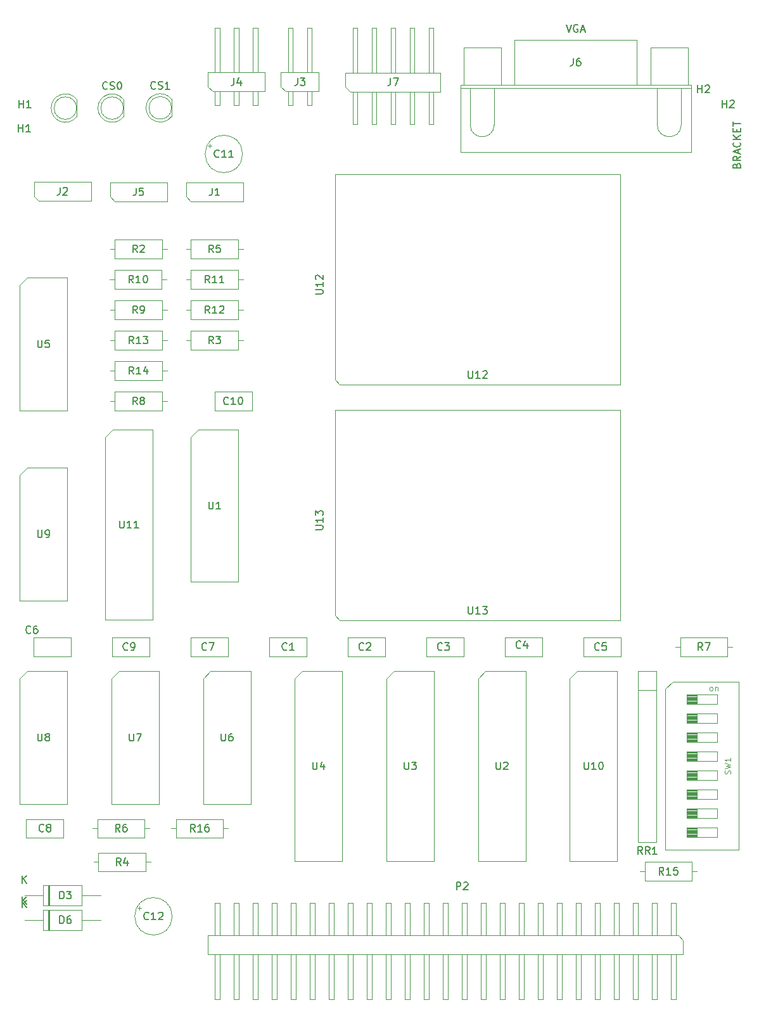
<source format=gbr>
%TF.GenerationSoftware,KiCad,Pcbnew,(6.0.11)*%
%TF.CreationDate,2023-05-22T16:35:14-05:00*%
%TF.ProjectId,Z80ESP,5a383045-5350-42e6-9b69-6361645f7063,rev?*%
%TF.SameCoordinates,Original*%
%TF.FileFunction,AssemblyDrawing,Top*%
%FSLAX46Y46*%
G04 Gerber Fmt 4.6, Leading zero omitted, Abs format (unit mm)*
G04 Created by KiCad (PCBNEW (6.0.11)) date 2023-05-22 16:35:14*
%MOMM*%
%LPD*%
G01*
G04 APERTURE LIST*
%ADD10C,0.120000*%
%ADD11C,0.150000*%
%ADD12C,0.100000*%
G04 APERTURE END LIST*
D10*
%TO.C,SW1*%
X139945952Y-112364404D02*
X139869761Y-112326309D01*
X139831666Y-112288214D01*
X139793571Y-112212023D01*
X139793571Y-111983452D01*
X139831666Y-111907261D01*
X139869761Y-111869166D01*
X139945952Y-111831071D01*
X140060238Y-111831071D01*
X140136428Y-111869166D01*
X140174523Y-111907261D01*
X140212619Y-111983452D01*
X140212619Y-112212023D01*
X140174523Y-112288214D01*
X140136428Y-112326309D01*
X140060238Y-112364404D01*
X139945952Y-112364404D01*
X140555476Y-111831071D02*
X140555476Y-112364404D01*
X140555476Y-111907261D02*
X140593571Y-111869166D01*
X140669761Y-111831071D01*
X140784047Y-111831071D01*
X140860238Y-111869166D01*
X140898333Y-111945357D01*
X140898333Y-112364404D01*
X142593809Y-123456666D02*
X142631904Y-123342380D01*
X142631904Y-123151904D01*
X142593809Y-123075714D01*
X142555714Y-123037619D01*
X142479523Y-122999523D01*
X142403333Y-122999523D01*
X142327142Y-123037619D01*
X142289047Y-123075714D01*
X142250952Y-123151904D01*
X142212857Y-123304285D01*
X142174761Y-123380476D01*
X142136666Y-123418571D01*
X142060476Y-123456666D01*
X141984285Y-123456666D01*
X141908095Y-123418571D01*
X141870000Y-123380476D01*
X141831904Y-123304285D01*
X141831904Y-123113809D01*
X141870000Y-122999523D01*
X141831904Y-122732857D02*
X142631904Y-122542380D01*
X142060476Y-122390000D01*
X142631904Y-122237619D01*
X141831904Y-122047142D01*
X142631904Y-121323333D02*
X142631904Y-121780476D01*
X142631904Y-121551904D02*
X141831904Y-121551904D01*
X141946190Y-121628095D01*
X142022380Y-121704285D01*
X142060476Y-121780476D01*
D11*
%TO.C,C1*%
X83333333Y-106857142D02*
X83285714Y-106904761D01*
X83142857Y-106952380D01*
X83047619Y-106952380D01*
X82904761Y-106904761D01*
X82809523Y-106809523D01*
X82761904Y-106714285D01*
X82714285Y-106523809D01*
X82714285Y-106380952D01*
X82761904Y-106190476D01*
X82809523Y-106095238D01*
X82904761Y-106000000D01*
X83047619Y-105952380D01*
X83142857Y-105952380D01*
X83285714Y-106000000D01*
X83333333Y-106047619D01*
X84285714Y-106952380D02*
X83714285Y-106952380D01*
X84000000Y-106952380D02*
X84000000Y-105952380D01*
X83904761Y-106095238D01*
X83809523Y-106190476D01*
X83714285Y-106238095D01*
%TO.C,C2*%
X93583333Y-106857142D02*
X93535714Y-106904761D01*
X93392857Y-106952380D01*
X93297619Y-106952380D01*
X93154761Y-106904761D01*
X93059523Y-106809523D01*
X93011904Y-106714285D01*
X92964285Y-106523809D01*
X92964285Y-106380952D01*
X93011904Y-106190476D01*
X93059523Y-106095238D01*
X93154761Y-106000000D01*
X93297619Y-105952380D01*
X93392857Y-105952380D01*
X93535714Y-106000000D01*
X93583333Y-106047619D01*
X93964285Y-106047619D02*
X94011904Y-106000000D01*
X94107142Y-105952380D01*
X94345238Y-105952380D01*
X94440476Y-106000000D01*
X94488095Y-106047619D01*
X94535714Y-106142857D01*
X94535714Y-106238095D01*
X94488095Y-106380952D01*
X93916666Y-106952380D01*
X94535714Y-106952380D01*
%TO.C,C4*%
X114583333Y-106607142D02*
X114535714Y-106654761D01*
X114392857Y-106702380D01*
X114297619Y-106702380D01*
X114154761Y-106654761D01*
X114059523Y-106559523D01*
X114011904Y-106464285D01*
X113964285Y-106273809D01*
X113964285Y-106130952D01*
X114011904Y-105940476D01*
X114059523Y-105845238D01*
X114154761Y-105750000D01*
X114297619Y-105702380D01*
X114392857Y-105702380D01*
X114535714Y-105750000D01*
X114583333Y-105797619D01*
X115440476Y-106035714D02*
X115440476Y-106702380D01*
X115202380Y-105654761D02*
X114964285Y-106369047D01*
X115583333Y-106369047D01*
%TO.C,U2*%
X111298095Y-121882380D02*
X111298095Y-122691904D01*
X111345714Y-122787142D01*
X111393333Y-122834761D01*
X111488571Y-122882380D01*
X111679047Y-122882380D01*
X111774285Y-122834761D01*
X111821904Y-122787142D01*
X111869523Y-122691904D01*
X111869523Y-121882380D01*
X112298095Y-121977619D02*
X112345714Y-121930000D01*
X112440952Y-121882380D01*
X112679047Y-121882380D01*
X112774285Y-121930000D01*
X112821904Y-121977619D01*
X112869523Y-122072857D01*
X112869523Y-122168095D01*
X112821904Y-122310952D01*
X112250476Y-122882380D01*
X112869523Y-122882380D01*
%TO.C,U10*%
X123071904Y-121882380D02*
X123071904Y-122691904D01*
X123119523Y-122787142D01*
X123167142Y-122834761D01*
X123262380Y-122882380D01*
X123452857Y-122882380D01*
X123548095Y-122834761D01*
X123595714Y-122787142D01*
X123643333Y-122691904D01*
X123643333Y-121882380D01*
X124643333Y-122882380D02*
X124071904Y-122882380D01*
X124357619Y-122882380D02*
X124357619Y-121882380D01*
X124262380Y-122025238D01*
X124167142Y-122120476D01*
X124071904Y-122168095D01*
X125262380Y-121882380D02*
X125357619Y-121882380D01*
X125452857Y-121930000D01*
X125500476Y-121977619D01*
X125548095Y-122072857D01*
X125595714Y-122263333D01*
X125595714Y-122501428D01*
X125548095Y-122691904D01*
X125500476Y-122787142D01*
X125452857Y-122834761D01*
X125357619Y-122882380D01*
X125262380Y-122882380D01*
X125167142Y-122834761D01*
X125119523Y-122787142D01*
X125071904Y-122691904D01*
X125024285Y-122501428D01*
X125024285Y-122263333D01*
X125071904Y-122072857D01*
X125119523Y-121977619D01*
X125167142Y-121930000D01*
X125262380Y-121882380D01*
%TO.C,RR1*%
X130833333Y-134202380D02*
X130500000Y-133726190D01*
X130261904Y-134202380D02*
X130261904Y-133202380D01*
X130642857Y-133202380D01*
X130738095Y-133250000D01*
X130785714Y-133297619D01*
X130833333Y-133392857D01*
X130833333Y-133535714D01*
X130785714Y-133630952D01*
X130738095Y-133678571D01*
X130642857Y-133726190D01*
X130261904Y-133726190D01*
X131833333Y-134202380D02*
X131500000Y-133726190D01*
X131261904Y-134202380D02*
X131261904Y-133202380D01*
X131642857Y-133202380D01*
X131738095Y-133250000D01*
X131785714Y-133297619D01*
X131833333Y-133392857D01*
X131833333Y-133535714D01*
X131785714Y-133630952D01*
X131738095Y-133678571D01*
X131642857Y-133726190D01*
X131261904Y-133726190D01*
X132785714Y-134202380D02*
X132214285Y-134202380D01*
X132500000Y-134202380D02*
X132500000Y-133202380D01*
X132404761Y-133345238D01*
X132309523Y-133440476D01*
X132214285Y-133488095D01*
%TO.C,U6*%
X74548095Y-118072380D02*
X74548095Y-118881904D01*
X74595714Y-118977142D01*
X74643333Y-119024761D01*
X74738571Y-119072380D01*
X74929047Y-119072380D01*
X75024285Y-119024761D01*
X75071904Y-118977142D01*
X75119523Y-118881904D01*
X75119523Y-118072380D01*
X76024285Y-118072380D02*
X75833809Y-118072380D01*
X75738571Y-118120000D01*
X75690952Y-118167619D01*
X75595714Y-118310476D01*
X75548095Y-118500952D01*
X75548095Y-118881904D01*
X75595714Y-118977142D01*
X75643333Y-119024761D01*
X75738571Y-119072380D01*
X75929047Y-119072380D01*
X76024285Y-119024761D01*
X76071904Y-118977142D01*
X76119523Y-118881904D01*
X76119523Y-118643809D01*
X76071904Y-118548571D01*
X76024285Y-118500952D01*
X75929047Y-118453333D01*
X75738571Y-118453333D01*
X75643333Y-118500952D01*
X75595714Y-118548571D01*
X75548095Y-118643809D01*
%TO.C,C7*%
X72583333Y-106857142D02*
X72535714Y-106904761D01*
X72392857Y-106952380D01*
X72297619Y-106952380D01*
X72154761Y-106904761D01*
X72059523Y-106809523D01*
X72011904Y-106714285D01*
X71964285Y-106523809D01*
X71964285Y-106380952D01*
X72011904Y-106190476D01*
X72059523Y-106095238D01*
X72154761Y-106000000D01*
X72297619Y-105952380D01*
X72392857Y-105952380D01*
X72535714Y-106000000D01*
X72583333Y-106047619D01*
X72916666Y-105952380D02*
X73583333Y-105952380D01*
X73154761Y-106952380D01*
%TO.C,U3*%
X99048095Y-121882380D02*
X99048095Y-122691904D01*
X99095714Y-122787142D01*
X99143333Y-122834761D01*
X99238571Y-122882380D01*
X99429047Y-122882380D01*
X99524285Y-122834761D01*
X99571904Y-122787142D01*
X99619523Y-122691904D01*
X99619523Y-121882380D01*
X100000476Y-121882380D02*
X100619523Y-121882380D01*
X100286190Y-122263333D01*
X100429047Y-122263333D01*
X100524285Y-122310952D01*
X100571904Y-122358571D01*
X100619523Y-122453809D01*
X100619523Y-122691904D01*
X100571904Y-122787142D01*
X100524285Y-122834761D01*
X100429047Y-122882380D01*
X100143333Y-122882380D01*
X100048095Y-122834761D01*
X100000476Y-122787142D01*
%TO.C,C3*%
X104083333Y-106857142D02*
X104035714Y-106904761D01*
X103892857Y-106952380D01*
X103797619Y-106952380D01*
X103654761Y-106904761D01*
X103559523Y-106809523D01*
X103511904Y-106714285D01*
X103464285Y-106523809D01*
X103464285Y-106380952D01*
X103511904Y-106190476D01*
X103559523Y-106095238D01*
X103654761Y-106000000D01*
X103797619Y-105952380D01*
X103892857Y-105952380D01*
X104035714Y-106000000D01*
X104083333Y-106047619D01*
X104416666Y-105952380D02*
X105035714Y-105952380D01*
X104702380Y-106333333D01*
X104845238Y-106333333D01*
X104940476Y-106380952D01*
X104988095Y-106428571D01*
X105035714Y-106523809D01*
X105035714Y-106761904D01*
X104988095Y-106857142D01*
X104940476Y-106904761D01*
X104845238Y-106952380D01*
X104559523Y-106952380D01*
X104464285Y-106904761D01*
X104416666Y-106857142D01*
%TO.C,C5*%
X125083333Y-106857142D02*
X125035714Y-106904761D01*
X124892857Y-106952380D01*
X124797619Y-106952380D01*
X124654761Y-106904761D01*
X124559523Y-106809523D01*
X124511904Y-106714285D01*
X124464285Y-106523809D01*
X124464285Y-106380952D01*
X124511904Y-106190476D01*
X124559523Y-106095238D01*
X124654761Y-106000000D01*
X124797619Y-105952380D01*
X124892857Y-105952380D01*
X125035714Y-106000000D01*
X125083333Y-106047619D01*
X125988095Y-105952380D02*
X125511904Y-105952380D01*
X125464285Y-106428571D01*
X125511904Y-106380952D01*
X125607142Y-106333333D01*
X125845238Y-106333333D01*
X125940476Y-106380952D01*
X125988095Y-106428571D01*
X126035714Y-106523809D01*
X126035714Y-106761904D01*
X125988095Y-106857142D01*
X125940476Y-106904761D01*
X125845238Y-106952380D01*
X125607142Y-106952380D01*
X125511904Y-106904761D01*
X125464285Y-106857142D01*
%TO.C,U4*%
X86798095Y-121882380D02*
X86798095Y-122691904D01*
X86845714Y-122787142D01*
X86893333Y-122834761D01*
X86988571Y-122882380D01*
X87179047Y-122882380D01*
X87274285Y-122834761D01*
X87321904Y-122787142D01*
X87369523Y-122691904D01*
X87369523Y-121882380D01*
X88274285Y-122215714D02*
X88274285Y-122882380D01*
X88036190Y-121834761D02*
X87798095Y-122549047D01*
X88417142Y-122549047D01*
%TO.C,C6*%
X49083333Y-104607142D02*
X49035714Y-104654761D01*
X48892857Y-104702380D01*
X48797619Y-104702380D01*
X48654761Y-104654761D01*
X48559523Y-104559523D01*
X48511904Y-104464285D01*
X48464285Y-104273809D01*
X48464285Y-104130952D01*
X48511904Y-103940476D01*
X48559523Y-103845238D01*
X48654761Y-103750000D01*
X48797619Y-103702380D01*
X48892857Y-103702380D01*
X49035714Y-103750000D01*
X49083333Y-103797619D01*
X49940476Y-103702380D02*
X49750000Y-103702380D01*
X49654761Y-103750000D01*
X49607142Y-103797619D01*
X49511904Y-103940476D01*
X49464285Y-104130952D01*
X49464285Y-104511904D01*
X49511904Y-104607142D01*
X49559523Y-104654761D01*
X49654761Y-104702380D01*
X49845238Y-104702380D01*
X49940476Y-104654761D01*
X49988095Y-104607142D01*
X50035714Y-104511904D01*
X50035714Y-104273809D01*
X49988095Y-104178571D01*
X49940476Y-104130952D01*
X49845238Y-104083333D01*
X49654761Y-104083333D01*
X49559523Y-104130952D01*
X49511904Y-104178571D01*
X49464285Y-104273809D01*
%TO.C,C11*%
X74267142Y-40997142D02*
X74219523Y-41044761D01*
X74076666Y-41092380D01*
X73981428Y-41092380D01*
X73838571Y-41044761D01*
X73743333Y-40949523D01*
X73695714Y-40854285D01*
X73648095Y-40663809D01*
X73648095Y-40520952D01*
X73695714Y-40330476D01*
X73743333Y-40235238D01*
X73838571Y-40140000D01*
X73981428Y-40092380D01*
X74076666Y-40092380D01*
X74219523Y-40140000D01*
X74267142Y-40187619D01*
X75219523Y-41092380D02*
X74648095Y-41092380D01*
X74933809Y-41092380D02*
X74933809Y-40092380D01*
X74838571Y-40235238D01*
X74743333Y-40330476D01*
X74648095Y-40378095D01*
X76171904Y-41092380D02*
X75600476Y-41092380D01*
X75886190Y-41092380D02*
X75886190Y-40092380D01*
X75790952Y-40235238D01*
X75695714Y-40330476D01*
X75600476Y-40378095D01*
%TO.C,C8*%
X50833333Y-131107142D02*
X50785714Y-131154761D01*
X50642857Y-131202380D01*
X50547619Y-131202380D01*
X50404761Y-131154761D01*
X50309523Y-131059523D01*
X50261904Y-130964285D01*
X50214285Y-130773809D01*
X50214285Y-130630952D01*
X50261904Y-130440476D01*
X50309523Y-130345238D01*
X50404761Y-130250000D01*
X50547619Y-130202380D01*
X50642857Y-130202380D01*
X50785714Y-130250000D01*
X50833333Y-130297619D01*
X51404761Y-130630952D02*
X51309523Y-130583333D01*
X51261904Y-130535714D01*
X51214285Y-130440476D01*
X51214285Y-130392857D01*
X51261904Y-130297619D01*
X51309523Y-130250000D01*
X51404761Y-130202380D01*
X51595238Y-130202380D01*
X51690476Y-130250000D01*
X51738095Y-130297619D01*
X51785714Y-130392857D01*
X51785714Y-130440476D01*
X51738095Y-130535714D01*
X51690476Y-130583333D01*
X51595238Y-130630952D01*
X51404761Y-130630952D01*
X51309523Y-130678571D01*
X51261904Y-130726190D01*
X51214285Y-130821428D01*
X51214285Y-131011904D01*
X51261904Y-131107142D01*
X51309523Y-131154761D01*
X51404761Y-131202380D01*
X51595238Y-131202380D01*
X51690476Y-131154761D01*
X51738095Y-131107142D01*
X51785714Y-131011904D01*
X51785714Y-130821428D01*
X51738095Y-130726190D01*
X51690476Y-130678571D01*
X51595238Y-130630952D01*
%TO.C,C12*%
X64857142Y-142857142D02*
X64809523Y-142904761D01*
X64666666Y-142952380D01*
X64571428Y-142952380D01*
X64428571Y-142904761D01*
X64333333Y-142809523D01*
X64285714Y-142714285D01*
X64238095Y-142523809D01*
X64238095Y-142380952D01*
X64285714Y-142190476D01*
X64333333Y-142095238D01*
X64428571Y-142000000D01*
X64571428Y-141952380D01*
X64666666Y-141952380D01*
X64809523Y-142000000D01*
X64857142Y-142047619D01*
X65809523Y-142952380D02*
X65238095Y-142952380D01*
X65523809Y-142952380D02*
X65523809Y-141952380D01*
X65428571Y-142095238D01*
X65333333Y-142190476D01*
X65238095Y-142238095D01*
X66190476Y-142047619D02*
X66238095Y-142000000D01*
X66333333Y-141952380D01*
X66571428Y-141952380D01*
X66666666Y-142000000D01*
X66714285Y-142047619D01*
X66761904Y-142142857D01*
X66761904Y-142238095D01*
X66714285Y-142380952D01*
X66142857Y-142952380D01*
X66761904Y-142952380D01*
%TO.C,R2*%
X63333333Y-53792380D02*
X63000000Y-53316190D01*
X62761904Y-53792380D02*
X62761904Y-52792380D01*
X63142857Y-52792380D01*
X63238095Y-52840000D01*
X63285714Y-52887619D01*
X63333333Y-52982857D01*
X63333333Y-53125714D01*
X63285714Y-53220952D01*
X63238095Y-53268571D01*
X63142857Y-53316190D01*
X62761904Y-53316190D01*
X63714285Y-52887619D02*
X63761904Y-52840000D01*
X63857142Y-52792380D01*
X64095238Y-52792380D01*
X64190476Y-52840000D01*
X64238095Y-52887619D01*
X64285714Y-52982857D01*
X64285714Y-53078095D01*
X64238095Y-53220952D01*
X63666666Y-53792380D01*
X64285714Y-53792380D01*
%TO.C,H1*%
X47488095Y-37702380D02*
X47488095Y-36702380D01*
X47488095Y-37178571D02*
X48059523Y-37178571D01*
X48059523Y-37702380D02*
X48059523Y-36702380D01*
X49059523Y-37702380D02*
X48488095Y-37702380D01*
X48773809Y-37702380D02*
X48773809Y-36702380D01*
X48678571Y-36845238D01*
X48583333Y-36940476D01*
X48488095Y-36988095D01*
X47538095Y-34452380D02*
X47538095Y-33452380D01*
X47538095Y-33928571D02*
X48109523Y-33928571D01*
X48109523Y-34452380D02*
X48109523Y-33452380D01*
X49109523Y-34452380D02*
X48538095Y-34452380D01*
X48823809Y-34452380D02*
X48823809Y-33452380D01*
X48728571Y-33595238D01*
X48633333Y-33690476D01*
X48538095Y-33738095D01*
%TO.C,H2*%
X138238095Y-32452380D02*
X138238095Y-31452380D01*
X138238095Y-31928571D02*
X138809523Y-31928571D01*
X138809523Y-32452380D02*
X138809523Y-31452380D01*
X139238095Y-31547619D02*
X139285714Y-31500000D01*
X139380952Y-31452380D01*
X139619047Y-31452380D01*
X139714285Y-31500000D01*
X139761904Y-31547619D01*
X139809523Y-31642857D01*
X139809523Y-31738095D01*
X139761904Y-31880952D01*
X139190476Y-32452380D01*
X139809523Y-32452380D01*
X143428571Y-42190476D02*
X143476190Y-42047619D01*
X143523809Y-42000000D01*
X143619047Y-41952380D01*
X143761904Y-41952380D01*
X143857142Y-42000000D01*
X143904761Y-42047619D01*
X143952380Y-42142857D01*
X143952380Y-42523809D01*
X142952380Y-42523809D01*
X142952380Y-42190476D01*
X143000000Y-42095238D01*
X143047619Y-42047619D01*
X143142857Y-42000000D01*
X143238095Y-42000000D01*
X143333333Y-42047619D01*
X143380952Y-42095238D01*
X143428571Y-42190476D01*
X143428571Y-42523809D01*
X143952380Y-40952380D02*
X143476190Y-41285714D01*
X143952380Y-41523809D02*
X142952380Y-41523809D01*
X142952380Y-41142857D01*
X143000000Y-41047619D01*
X143047619Y-41000000D01*
X143142857Y-40952380D01*
X143285714Y-40952380D01*
X143380952Y-41000000D01*
X143428571Y-41047619D01*
X143476190Y-41142857D01*
X143476190Y-41523809D01*
X143666666Y-40571428D02*
X143666666Y-40095238D01*
X143952380Y-40666666D02*
X142952380Y-40333333D01*
X143952380Y-40000000D01*
X143857142Y-39095238D02*
X143904761Y-39142857D01*
X143952380Y-39285714D01*
X143952380Y-39380952D01*
X143904761Y-39523809D01*
X143809523Y-39619047D01*
X143714285Y-39666666D01*
X143523809Y-39714285D01*
X143380952Y-39714285D01*
X143190476Y-39666666D01*
X143095238Y-39619047D01*
X143000000Y-39523809D01*
X142952380Y-39380952D01*
X142952380Y-39285714D01*
X143000000Y-39142857D01*
X143047619Y-39095238D01*
X143952380Y-38666666D02*
X142952380Y-38666666D01*
X143952380Y-38095238D02*
X143380952Y-38523809D01*
X142952380Y-38095238D02*
X143523809Y-38666666D01*
X143428571Y-37666666D02*
X143428571Y-37333333D01*
X143952380Y-37190476D02*
X143952380Y-37666666D01*
X142952380Y-37666666D01*
X142952380Y-37190476D01*
X142952380Y-36904761D02*
X142952380Y-36333333D01*
X143952380Y-36619047D02*
X142952380Y-36619047D01*
X141538095Y-34452380D02*
X141538095Y-33452380D01*
X141538095Y-33928571D02*
X142109523Y-33928571D01*
X142109523Y-34452380D02*
X142109523Y-33452380D01*
X142538095Y-33547619D02*
X142585714Y-33500000D01*
X142680952Y-33452380D01*
X142919047Y-33452380D01*
X143014285Y-33500000D01*
X143061904Y-33547619D01*
X143109523Y-33642857D01*
X143109523Y-33738095D01*
X143061904Y-33880952D01*
X142490476Y-34452380D01*
X143109523Y-34452380D01*
%TO.C,P2*%
X106011904Y-138952380D02*
X106011904Y-137952380D01*
X106392857Y-137952380D01*
X106488095Y-138000000D01*
X106535714Y-138047619D01*
X106583333Y-138142857D01*
X106583333Y-138285714D01*
X106535714Y-138380952D01*
X106488095Y-138428571D01*
X106392857Y-138476190D01*
X106011904Y-138476190D01*
X106964285Y-138047619D02*
X107011904Y-138000000D01*
X107107142Y-137952380D01*
X107345238Y-137952380D01*
X107440476Y-138000000D01*
X107488095Y-138047619D01*
X107535714Y-138142857D01*
X107535714Y-138238095D01*
X107488095Y-138380952D01*
X106916666Y-138952380D01*
X107535714Y-138952380D01*
%TO.C,R10*%
X62798342Y-57856380D02*
X62465009Y-57380190D01*
X62226914Y-57856380D02*
X62226914Y-56856380D01*
X62607866Y-56856380D01*
X62703104Y-56904000D01*
X62750723Y-56951619D01*
X62798342Y-57046857D01*
X62798342Y-57189714D01*
X62750723Y-57284952D01*
X62703104Y-57332571D01*
X62607866Y-57380190D01*
X62226914Y-57380190D01*
X63750723Y-57856380D02*
X63179295Y-57856380D01*
X63465009Y-57856380D02*
X63465009Y-56856380D01*
X63369771Y-56999238D01*
X63274533Y-57094476D01*
X63179295Y-57142095D01*
X64369771Y-56856380D02*
X64465009Y-56856380D01*
X64560247Y-56904000D01*
X64607866Y-56951619D01*
X64655485Y-57046857D01*
X64703104Y-57237333D01*
X64703104Y-57475428D01*
X64655485Y-57665904D01*
X64607866Y-57761142D01*
X64560247Y-57808761D01*
X64465009Y-57856380D01*
X64369771Y-57856380D01*
X64274533Y-57808761D01*
X64226914Y-57761142D01*
X64179295Y-57665904D01*
X64131676Y-57475428D01*
X64131676Y-57237333D01*
X64179295Y-57046857D01*
X64226914Y-56951619D01*
X64274533Y-56904000D01*
X64369771Y-56856380D01*
%TO.C,U8*%
X50048095Y-118072380D02*
X50048095Y-118881904D01*
X50095714Y-118977142D01*
X50143333Y-119024761D01*
X50238571Y-119072380D01*
X50429047Y-119072380D01*
X50524285Y-119024761D01*
X50571904Y-118977142D01*
X50619523Y-118881904D01*
X50619523Y-118072380D01*
X51238571Y-118500952D02*
X51143333Y-118453333D01*
X51095714Y-118405714D01*
X51048095Y-118310476D01*
X51048095Y-118262857D01*
X51095714Y-118167619D01*
X51143333Y-118120000D01*
X51238571Y-118072380D01*
X51429047Y-118072380D01*
X51524285Y-118120000D01*
X51571904Y-118167619D01*
X51619523Y-118262857D01*
X51619523Y-118310476D01*
X51571904Y-118405714D01*
X51524285Y-118453333D01*
X51429047Y-118500952D01*
X51238571Y-118500952D01*
X51143333Y-118548571D01*
X51095714Y-118596190D01*
X51048095Y-118691428D01*
X51048095Y-118881904D01*
X51095714Y-118977142D01*
X51143333Y-119024761D01*
X51238571Y-119072380D01*
X51429047Y-119072380D01*
X51524285Y-119024761D01*
X51571904Y-118977142D01*
X51619523Y-118881904D01*
X51619523Y-118691428D01*
X51571904Y-118596190D01*
X51524285Y-118548571D01*
X51429047Y-118500952D01*
%TO.C,D4*%
X59337142Y-31907142D02*
X59289523Y-31954761D01*
X59146666Y-32002380D01*
X59051428Y-32002380D01*
X58908571Y-31954761D01*
X58813333Y-31859523D01*
X58765714Y-31764285D01*
X58718095Y-31573809D01*
X58718095Y-31430952D01*
X58765714Y-31240476D01*
X58813333Y-31145238D01*
X58908571Y-31050000D01*
X59051428Y-31002380D01*
X59146666Y-31002380D01*
X59289523Y-31050000D01*
X59337142Y-31097619D01*
X59718095Y-31954761D02*
X59860952Y-32002380D01*
X60099047Y-32002380D01*
X60194285Y-31954761D01*
X60241904Y-31907142D01*
X60289523Y-31811904D01*
X60289523Y-31716666D01*
X60241904Y-31621428D01*
X60194285Y-31573809D01*
X60099047Y-31526190D01*
X59908571Y-31478571D01*
X59813333Y-31430952D01*
X59765714Y-31383333D01*
X59718095Y-31288095D01*
X59718095Y-31192857D01*
X59765714Y-31097619D01*
X59813333Y-31050000D01*
X59908571Y-31002380D01*
X60146666Y-31002380D01*
X60289523Y-31050000D01*
X60908571Y-31002380D02*
X61003809Y-31002380D01*
X61099047Y-31050000D01*
X61146666Y-31097619D01*
X61194285Y-31192857D01*
X61241904Y-31383333D01*
X61241904Y-31621428D01*
X61194285Y-31811904D01*
X61146666Y-31907142D01*
X61099047Y-31954761D01*
X61003809Y-32002380D01*
X60908571Y-32002380D01*
X60813333Y-31954761D01*
X60765714Y-31907142D01*
X60718095Y-31811904D01*
X60670476Y-31621428D01*
X60670476Y-31383333D01*
X60718095Y-31192857D01*
X60765714Y-31097619D01*
X60813333Y-31050000D01*
X60908571Y-31002380D01*
%TO.C,U12*%
X107574404Y-69622380D02*
X107574404Y-70431904D01*
X107622023Y-70527142D01*
X107669642Y-70574761D01*
X107764880Y-70622380D01*
X107955357Y-70622380D01*
X108050595Y-70574761D01*
X108098214Y-70527142D01*
X108145833Y-70431904D01*
X108145833Y-69622380D01*
X109145833Y-70622380D02*
X108574404Y-70622380D01*
X108860119Y-70622380D02*
X108860119Y-69622380D01*
X108764880Y-69765238D01*
X108669642Y-69860476D01*
X108574404Y-69908095D01*
X109526785Y-69717619D02*
X109574404Y-69670000D01*
X109669642Y-69622380D01*
X109907738Y-69622380D01*
X110002976Y-69670000D01*
X110050595Y-69717619D01*
X110098214Y-69812857D01*
X110098214Y-69908095D01*
X110050595Y-70050952D01*
X109479166Y-70622380D01*
X110098214Y-70622380D01*
X87154880Y-59348095D02*
X87964404Y-59348095D01*
X88059642Y-59300476D01*
X88107261Y-59252857D01*
X88154880Y-59157619D01*
X88154880Y-58967142D01*
X88107261Y-58871904D01*
X88059642Y-58824285D01*
X87964404Y-58776666D01*
X87154880Y-58776666D01*
X88154880Y-57776666D02*
X88154880Y-58348095D01*
X88154880Y-58062380D02*
X87154880Y-58062380D01*
X87297738Y-58157619D01*
X87392976Y-58252857D01*
X87440595Y-58348095D01*
X87250119Y-57395714D02*
X87202500Y-57348095D01*
X87154880Y-57252857D01*
X87154880Y-57014761D01*
X87202500Y-56919523D01*
X87250119Y-56871904D01*
X87345357Y-56824285D01*
X87440595Y-56824285D01*
X87583452Y-56871904D01*
X88154880Y-57443333D01*
X88154880Y-56824285D01*
%TO.C,U13*%
X107574404Y-101102380D02*
X107574404Y-101911904D01*
X107622023Y-102007142D01*
X107669642Y-102054761D01*
X107764880Y-102102380D01*
X107955357Y-102102380D01*
X108050595Y-102054761D01*
X108098214Y-102007142D01*
X108145833Y-101911904D01*
X108145833Y-101102380D01*
X109145833Y-102102380D02*
X108574404Y-102102380D01*
X108860119Y-102102380D02*
X108860119Y-101102380D01*
X108764880Y-101245238D01*
X108669642Y-101340476D01*
X108574404Y-101388095D01*
X109479166Y-101102380D02*
X110098214Y-101102380D01*
X109764880Y-101483333D01*
X109907738Y-101483333D01*
X110002976Y-101530952D01*
X110050595Y-101578571D01*
X110098214Y-101673809D01*
X110098214Y-101911904D01*
X110050595Y-102007142D01*
X110002976Y-102054761D01*
X109907738Y-102102380D01*
X109622023Y-102102380D01*
X109526785Y-102054761D01*
X109479166Y-102007142D01*
X87154880Y-90828095D02*
X87964404Y-90828095D01*
X88059642Y-90780476D01*
X88107261Y-90732857D01*
X88154880Y-90637619D01*
X88154880Y-90447142D01*
X88107261Y-90351904D01*
X88059642Y-90304285D01*
X87964404Y-90256666D01*
X87154880Y-90256666D01*
X88154880Y-89256666D02*
X88154880Y-89828095D01*
X88154880Y-89542380D02*
X87154880Y-89542380D01*
X87297738Y-89637619D01*
X87392976Y-89732857D01*
X87440595Y-89828095D01*
X87154880Y-88923333D02*
X87154880Y-88304285D01*
X87535833Y-88637619D01*
X87535833Y-88494761D01*
X87583452Y-88399523D01*
X87631071Y-88351904D01*
X87726309Y-88304285D01*
X87964404Y-88304285D01*
X88059642Y-88351904D01*
X88107261Y-88399523D01*
X88154880Y-88494761D01*
X88154880Y-88780476D01*
X88107261Y-88875714D01*
X88059642Y-88923333D01*
%TO.C,R16*%
X71047142Y-131202380D02*
X70713809Y-130726190D01*
X70475714Y-131202380D02*
X70475714Y-130202380D01*
X70856666Y-130202380D01*
X70951904Y-130250000D01*
X70999523Y-130297619D01*
X71047142Y-130392857D01*
X71047142Y-130535714D01*
X70999523Y-130630952D01*
X70951904Y-130678571D01*
X70856666Y-130726190D01*
X70475714Y-130726190D01*
X71999523Y-131202380D02*
X71428095Y-131202380D01*
X71713809Y-131202380D02*
X71713809Y-130202380D01*
X71618571Y-130345238D01*
X71523333Y-130440476D01*
X71428095Y-130488095D01*
X72856666Y-130202380D02*
X72666190Y-130202380D01*
X72570952Y-130250000D01*
X72523333Y-130297619D01*
X72428095Y-130440476D01*
X72380476Y-130630952D01*
X72380476Y-131011904D01*
X72428095Y-131107142D01*
X72475714Y-131154761D01*
X72570952Y-131202380D01*
X72761428Y-131202380D01*
X72856666Y-131154761D01*
X72904285Y-131107142D01*
X72951904Y-131011904D01*
X72951904Y-130773809D01*
X72904285Y-130678571D01*
X72856666Y-130630952D01*
X72761428Y-130583333D01*
X72570952Y-130583333D01*
X72475714Y-130630952D01*
X72428095Y-130678571D01*
X72380476Y-130773809D01*
%TO.C,R6*%
X61023333Y-131202380D02*
X60690000Y-130726190D01*
X60451904Y-131202380D02*
X60451904Y-130202380D01*
X60832857Y-130202380D01*
X60928095Y-130250000D01*
X60975714Y-130297619D01*
X61023333Y-130392857D01*
X61023333Y-130535714D01*
X60975714Y-130630952D01*
X60928095Y-130678571D01*
X60832857Y-130726190D01*
X60451904Y-130726190D01*
X61880476Y-130202380D02*
X61690000Y-130202380D01*
X61594761Y-130250000D01*
X61547142Y-130297619D01*
X61451904Y-130440476D01*
X61404285Y-130630952D01*
X61404285Y-131011904D01*
X61451904Y-131107142D01*
X61499523Y-131154761D01*
X61594761Y-131202380D01*
X61785238Y-131202380D01*
X61880476Y-131154761D01*
X61928095Y-131107142D01*
X61975714Y-131011904D01*
X61975714Y-130773809D01*
X61928095Y-130678571D01*
X61880476Y-130630952D01*
X61785238Y-130583333D01*
X61594761Y-130583333D01*
X61499523Y-130630952D01*
X61451904Y-130678571D01*
X61404285Y-130773809D01*
%TO.C,R5*%
X73493333Y-53792380D02*
X73160000Y-53316190D01*
X72921904Y-53792380D02*
X72921904Y-52792380D01*
X73302857Y-52792380D01*
X73398095Y-52840000D01*
X73445714Y-52887619D01*
X73493333Y-52982857D01*
X73493333Y-53125714D01*
X73445714Y-53220952D01*
X73398095Y-53268571D01*
X73302857Y-53316190D01*
X72921904Y-53316190D01*
X74398095Y-52792380D02*
X73921904Y-52792380D01*
X73874285Y-53268571D01*
X73921904Y-53220952D01*
X74017142Y-53173333D01*
X74255238Y-53173333D01*
X74350476Y-53220952D01*
X74398095Y-53268571D01*
X74445714Y-53363809D01*
X74445714Y-53601904D01*
X74398095Y-53697142D01*
X74350476Y-53744761D01*
X74255238Y-53792380D01*
X74017142Y-53792380D01*
X73921904Y-53744761D01*
X73874285Y-53697142D01*
%TO.C,U7*%
X62298095Y-118072380D02*
X62298095Y-118881904D01*
X62345714Y-118977142D01*
X62393333Y-119024761D01*
X62488571Y-119072380D01*
X62679047Y-119072380D01*
X62774285Y-119024761D01*
X62821904Y-118977142D01*
X62869523Y-118881904D01*
X62869523Y-118072380D01*
X63250476Y-118072380D02*
X63917142Y-118072380D01*
X63488571Y-119072380D01*
%TO.C,C10*%
X75517142Y-74017142D02*
X75469523Y-74064761D01*
X75326666Y-74112380D01*
X75231428Y-74112380D01*
X75088571Y-74064761D01*
X74993333Y-73969523D01*
X74945714Y-73874285D01*
X74898095Y-73683809D01*
X74898095Y-73540952D01*
X74945714Y-73350476D01*
X74993333Y-73255238D01*
X75088571Y-73160000D01*
X75231428Y-73112380D01*
X75326666Y-73112380D01*
X75469523Y-73160000D01*
X75517142Y-73207619D01*
X76469523Y-74112380D02*
X75898095Y-74112380D01*
X76183809Y-74112380D02*
X76183809Y-73112380D01*
X76088571Y-73255238D01*
X75993333Y-73350476D01*
X75898095Y-73398095D01*
X77088571Y-73112380D02*
X77183809Y-73112380D01*
X77279047Y-73160000D01*
X77326666Y-73207619D01*
X77374285Y-73302857D01*
X77421904Y-73493333D01*
X77421904Y-73731428D01*
X77374285Y-73921904D01*
X77326666Y-74017142D01*
X77279047Y-74064761D01*
X77183809Y-74112380D01*
X77088571Y-74112380D01*
X76993333Y-74064761D01*
X76945714Y-74017142D01*
X76898095Y-73921904D01*
X76850476Y-73731428D01*
X76850476Y-73493333D01*
X76898095Y-73302857D01*
X76945714Y-73207619D01*
X76993333Y-73160000D01*
X77088571Y-73112380D01*
%TO.C,R7*%
X138893333Y-106952380D02*
X138560000Y-106476190D01*
X138321904Y-106952380D02*
X138321904Y-105952380D01*
X138702857Y-105952380D01*
X138798095Y-106000000D01*
X138845714Y-106047619D01*
X138893333Y-106142857D01*
X138893333Y-106285714D01*
X138845714Y-106380952D01*
X138798095Y-106428571D01*
X138702857Y-106476190D01*
X138321904Y-106476190D01*
X139226666Y-105952380D02*
X139893333Y-105952380D01*
X139464761Y-106952380D01*
%TO.C,R15*%
X133667142Y-136952380D02*
X133333809Y-136476190D01*
X133095714Y-136952380D02*
X133095714Y-135952380D01*
X133476666Y-135952380D01*
X133571904Y-136000000D01*
X133619523Y-136047619D01*
X133667142Y-136142857D01*
X133667142Y-136285714D01*
X133619523Y-136380952D01*
X133571904Y-136428571D01*
X133476666Y-136476190D01*
X133095714Y-136476190D01*
X134619523Y-136952380D02*
X134048095Y-136952380D01*
X134333809Y-136952380D02*
X134333809Y-135952380D01*
X134238571Y-136095238D01*
X134143333Y-136190476D01*
X134048095Y-136238095D01*
X135524285Y-135952380D02*
X135048095Y-135952380D01*
X135000476Y-136428571D01*
X135048095Y-136380952D01*
X135143333Y-136333333D01*
X135381428Y-136333333D01*
X135476666Y-136380952D01*
X135524285Y-136428571D01*
X135571904Y-136523809D01*
X135571904Y-136761904D01*
X135524285Y-136857142D01*
X135476666Y-136904761D01*
X135381428Y-136952380D01*
X135143333Y-136952380D01*
X135048095Y-136904761D01*
X135000476Y-136857142D01*
%TO.C,C9*%
X62083333Y-106857142D02*
X62035714Y-106904761D01*
X61892857Y-106952380D01*
X61797619Y-106952380D01*
X61654761Y-106904761D01*
X61559523Y-106809523D01*
X61511904Y-106714285D01*
X61464285Y-106523809D01*
X61464285Y-106380952D01*
X61511904Y-106190476D01*
X61559523Y-106095238D01*
X61654761Y-106000000D01*
X61797619Y-105952380D01*
X61892857Y-105952380D01*
X62035714Y-106000000D01*
X62083333Y-106047619D01*
X62559523Y-106952380D02*
X62750000Y-106952380D01*
X62845238Y-106904761D01*
X62892857Y-106857142D01*
X62988095Y-106714285D01*
X63035714Y-106523809D01*
X63035714Y-106142857D01*
X62988095Y-106047619D01*
X62940476Y-106000000D01*
X62845238Y-105952380D01*
X62654761Y-105952380D01*
X62559523Y-106000000D01*
X62511904Y-106047619D01*
X62464285Y-106142857D01*
X62464285Y-106380952D01*
X62511904Y-106476190D01*
X62559523Y-106523809D01*
X62654761Y-106571428D01*
X62845238Y-106571428D01*
X62940476Y-106523809D01*
X62988095Y-106476190D01*
X63035714Y-106380952D01*
%TO.C,J2*%
X53006666Y-45112380D02*
X53006666Y-45826666D01*
X52959047Y-45969523D01*
X52863809Y-46064761D01*
X52720952Y-46112380D01*
X52625714Y-46112380D01*
X53435238Y-45207619D02*
X53482857Y-45160000D01*
X53578095Y-45112380D01*
X53816190Y-45112380D01*
X53911428Y-45160000D01*
X53959047Y-45207619D01*
X54006666Y-45302857D01*
X54006666Y-45398095D01*
X53959047Y-45540952D01*
X53387619Y-46112380D01*
X54006666Y-46112380D01*
%TO.C,R3*%
X73493333Y-65984380D02*
X73160000Y-65508190D01*
X72921904Y-65984380D02*
X72921904Y-64984380D01*
X73302857Y-64984380D01*
X73398095Y-65032000D01*
X73445714Y-65079619D01*
X73493333Y-65174857D01*
X73493333Y-65317714D01*
X73445714Y-65412952D01*
X73398095Y-65460571D01*
X73302857Y-65508190D01*
X72921904Y-65508190D01*
X73826666Y-64984380D02*
X74445714Y-64984380D01*
X74112380Y-65365333D01*
X74255238Y-65365333D01*
X74350476Y-65412952D01*
X74398095Y-65460571D01*
X74445714Y-65555809D01*
X74445714Y-65793904D01*
X74398095Y-65889142D01*
X74350476Y-65936761D01*
X74255238Y-65984380D01*
X73969523Y-65984380D01*
X73874285Y-65936761D01*
X73826666Y-65889142D01*
%TO.C,R4*%
X61143333Y-135702380D02*
X60810000Y-135226190D01*
X60571904Y-135702380D02*
X60571904Y-134702380D01*
X60952857Y-134702380D01*
X61048095Y-134750000D01*
X61095714Y-134797619D01*
X61143333Y-134892857D01*
X61143333Y-135035714D01*
X61095714Y-135130952D01*
X61048095Y-135178571D01*
X60952857Y-135226190D01*
X60571904Y-135226190D01*
X62000476Y-135035714D02*
X62000476Y-135702380D01*
X61762380Y-134654761D02*
X61524285Y-135369047D01*
X62143333Y-135369047D01*
%TO.C,U5*%
X50048095Y-65492380D02*
X50048095Y-66301904D01*
X50095714Y-66397142D01*
X50143333Y-66444761D01*
X50238571Y-66492380D01*
X50429047Y-66492380D01*
X50524285Y-66444761D01*
X50571904Y-66397142D01*
X50619523Y-66301904D01*
X50619523Y-65492380D01*
X51571904Y-65492380D02*
X51095714Y-65492380D01*
X51048095Y-65968571D01*
X51095714Y-65920952D01*
X51190952Y-65873333D01*
X51429047Y-65873333D01*
X51524285Y-65920952D01*
X51571904Y-65968571D01*
X51619523Y-66063809D01*
X51619523Y-66301904D01*
X51571904Y-66397142D01*
X51524285Y-66444761D01*
X51429047Y-66492380D01*
X51190952Y-66492380D01*
X51095714Y-66444761D01*
X51048095Y-66397142D01*
%TO.C,R11*%
X73017142Y-57856380D02*
X72683809Y-57380190D01*
X72445714Y-57856380D02*
X72445714Y-56856380D01*
X72826666Y-56856380D01*
X72921904Y-56904000D01*
X72969523Y-56951619D01*
X73017142Y-57046857D01*
X73017142Y-57189714D01*
X72969523Y-57284952D01*
X72921904Y-57332571D01*
X72826666Y-57380190D01*
X72445714Y-57380190D01*
X73969523Y-57856380D02*
X73398095Y-57856380D01*
X73683809Y-57856380D02*
X73683809Y-56856380D01*
X73588571Y-56999238D01*
X73493333Y-57094476D01*
X73398095Y-57142095D01*
X74921904Y-57856380D02*
X74350476Y-57856380D01*
X74636190Y-57856380D02*
X74636190Y-56856380D01*
X74540952Y-56999238D01*
X74445714Y-57094476D01*
X74350476Y-57142095D01*
%TO.C,R12*%
X73017142Y-61920380D02*
X72683809Y-61444190D01*
X72445714Y-61920380D02*
X72445714Y-60920380D01*
X72826666Y-60920380D01*
X72921904Y-60968000D01*
X72969523Y-61015619D01*
X73017142Y-61110857D01*
X73017142Y-61253714D01*
X72969523Y-61348952D01*
X72921904Y-61396571D01*
X72826666Y-61444190D01*
X72445714Y-61444190D01*
X73969523Y-61920380D02*
X73398095Y-61920380D01*
X73683809Y-61920380D02*
X73683809Y-60920380D01*
X73588571Y-61063238D01*
X73493333Y-61158476D01*
X73398095Y-61206095D01*
X74350476Y-61015619D02*
X74398095Y-60968000D01*
X74493333Y-60920380D01*
X74731428Y-60920380D01*
X74826666Y-60968000D01*
X74874285Y-61015619D01*
X74921904Y-61110857D01*
X74921904Y-61206095D01*
X74874285Y-61348952D01*
X74302857Y-61920380D01*
X74921904Y-61920380D01*
%TO.C,R13*%
X62857142Y-65984380D02*
X62523809Y-65508190D01*
X62285714Y-65984380D02*
X62285714Y-64984380D01*
X62666666Y-64984380D01*
X62761904Y-65032000D01*
X62809523Y-65079619D01*
X62857142Y-65174857D01*
X62857142Y-65317714D01*
X62809523Y-65412952D01*
X62761904Y-65460571D01*
X62666666Y-65508190D01*
X62285714Y-65508190D01*
X63809523Y-65984380D02*
X63238095Y-65984380D01*
X63523809Y-65984380D02*
X63523809Y-64984380D01*
X63428571Y-65127238D01*
X63333333Y-65222476D01*
X63238095Y-65270095D01*
X64142857Y-64984380D02*
X64761904Y-64984380D01*
X64428571Y-65365333D01*
X64571428Y-65365333D01*
X64666666Y-65412952D01*
X64714285Y-65460571D01*
X64761904Y-65555809D01*
X64761904Y-65793904D01*
X64714285Y-65889142D01*
X64666666Y-65936761D01*
X64571428Y-65984380D01*
X64285714Y-65984380D01*
X64190476Y-65936761D01*
X64142857Y-65889142D01*
%TO.C,R14*%
X62857142Y-70048380D02*
X62523809Y-69572190D01*
X62285714Y-70048380D02*
X62285714Y-69048380D01*
X62666666Y-69048380D01*
X62761904Y-69096000D01*
X62809523Y-69143619D01*
X62857142Y-69238857D01*
X62857142Y-69381714D01*
X62809523Y-69476952D01*
X62761904Y-69524571D01*
X62666666Y-69572190D01*
X62285714Y-69572190D01*
X63809523Y-70048380D02*
X63238095Y-70048380D01*
X63523809Y-70048380D02*
X63523809Y-69048380D01*
X63428571Y-69191238D01*
X63333333Y-69286476D01*
X63238095Y-69334095D01*
X64666666Y-69381714D02*
X64666666Y-70048380D01*
X64428571Y-69000761D02*
X64190476Y-69715047D01*
X64809523Y-69715047D01*
%TO.C,R8*%
X63333333Y-74112380D02*
X63000000Y-73636190D01*
X62761904Y-74112380D02*
X62761904Y-73112380D01*
X63142857Y-73112380D01*
X63238095Y-73160000D01*
X63285714Y-73207619D01*
X63333333Y-73302857D01*
X63333333Y-73445714D01*
X63285714Y-73540952D01*
X63238095Y-73588571D01*
X63142857Y-73636190D01*
X62761904Y-73636190D01*
X63904761Y-73540952D02*
X63809523Y-73493333D01*
X63761904Y-73445714D01*
X63714285Y-73350476D01*
X63714285Y-73302857D01*
X63761904Y-73207619D01*
X63809523Y-73160000D01*
X63904761Y-73112380D01*
X64095238Y-73112380D01*
X64190476Y-73160000D01*
X64238095Y-73207619D01*
X64285714Y-73302857D01*
X64285714Y-73350476D01*
X64238095Y-73445714D01*
X64190476Y-73493333D01*
X64095238Y-73540952D01*
X63904761Y-73540952D01*
X63809523Y-73588571D01*
X63761904Y-73636190D01*
X63714285Y-73731428D01*
X63714285Y-73921904D01*
X63761904Y-74017142D01*
X63809523Y-74064761D01*
X63904761Y-74112380D01*
X64095238Y-74112380D01*
X64190476Y-74064761D01*
X64238095Y-74017142D01*
X64285714Y-73921904D01*
X64285714Y-73731428D01*
X64238095Y-73636190D01*
X64190476Y-73588571D01*
X64095238Y-73540952D01*
%TO.C,R9*%
X63333333Y-61920380D02*
X63000000Y-61444190D01*
X62761904Y-61920380D02*
X62761904Y-60920380D01*
X63142857Y-60920380D01*
X63238095Y-60968000D01*
X63285714Y-61015619D01*
X63333333Y-61110857D01*
X63333333Y-61253714D01*
X63285714Y-61348952D01*
X63238095Y-61396571D01*
X63142857Y-61444190D01*
X62761904Y-61444190D01*
X63809523Y-61920380D02*
X64000000Y-61920380D01*
X64095238Y-61872761D01*
X64142857Y-61825142D01*
X64238095Y-61682285D01*
X64285714Y-61491809D01*
X64285714Y-61110857D01*
X64238095Y-61015619D01*
X64190476Y-60968000D01*
X64095238Y-60920380D01*
X63904761Y-60920380D01*
X63809523Y-60968000D01*
X63761904Y-61015619D01*
X63714285Y-61110857D01*
X63714285Y-61348952D01*
X63761904Y-61444190D01*
X63809523Y-61491809D01*
X63904761Y-61539428D01*
X64095238Y-61539428D01*
X64190476Y-61491809D01*
X64238095Y-61444190D01*
X64285714Y-61348952D01*
%TO.C,J7*%
X97191666Y-30489480D02*
X97191666Y-31203766D01*
X97144047Y-31346623D01*
X97048809Y-31441861D01*
X96905952Y-31489480D01*
X96810714Y-31489480D01*
X97572619Y-30489480D02*
X98239285Y-30489480D01*
X97810714Y-31489480D01*
%TO.C,U11*%
X60991904Y-89622380D02*
X60991904Y-90431904D01*
X61039523Y-90527142D01*
X61087142Y-90574761D01*
X61182380Y-90622380D01*
X61372857Y-90622380D01*
X61468095Y-90574761D01*
X61515714Y-90527142D01*
X61563333Y-90431904D01*
X61563333Y-89622380D01*
X62563333Y-90622380D02*
X61991904Y-90622380D01*
X62277619Y-90622380D02*
X62277619Y-89622380D01*
X62182380Y-89765238D01*
X62087142Y-89860476D01*
X61991904Y-89908095D01*
X63515714Y-90622380D02*
X62944285Y-90622380D01*
X63230000Y-90622380D02*
X63230000Y-89622380D01*
X63134761Y-89765238D01*
X63039523Y-89860476D01*
X62944285Y-89908095D01*
%TO.C,J3*%
X84751666Y-30479480D02*
X84751666Y-31193766D01*
X84704047Y-31336623D01*
X84608809Y-31431861D01*
X84465952Y-31479480D01*
X84370714Y-31479480D01*
X85132619Y-30479480D02*
X85751666Y-30479480D01*
X85418333Y-30860433D01*
X85561190Y-30860433D01*
X85656428Y-30908052D01*
X85704047Y-30955671D01*
X85751666Y-31050909D01*
X85751666Y-31289004D01*
X85704047Y-31384242D01*
X85656428Y-31431861D01*
X85561190Y-31479480D01*
X85275476Y-31479480D01*
X85180238Y-31431861D01*
X85132619Y-31384242D01*
%TO.C,J1*%
X73326666Y-45172380D02*
X73326666Y-45886666D01*
X73279047Y-46029523D01*
X73183809Y-46124761D01*
X73040952Y-46172380D01*
X72945714Y-46172380D01*
X74326666Y-46172380D02*
X73755238Y-46172380D01*
X74040952Y-46172380D02*
X74040952Y-45172380D01*
X73945714Y-45315238D01*
X73850476Y-45410476D01*
X73755238Y-45458095D01*
%TO.C,J6*%
X120673095Y-23349780D02*
X121006428Y-24349780D01*
X121339761Y-23349780D01*
X122196904Y-23397400D02*
X122101666Y-23349780D01*
X121958809Y-23349780D01*
X121815952Y-23397400D01*
X121720714Y-23492638D01*
X121673095Y-23587876D01*
X121625476Y-23778352D01*
X121625476Y-23921209D01*
X121673095Y-24111685D01*
X121720714Y-24206923D01*
X121815952Y-24302161D01*
X121958809Y-24349780D01*
X122054047Y-24349780D01*
X122196904Y-24302161D01*
X122244523Y-24254542D01*
X122244523Y-23921209D01*
X122054047Y-23921209D01*
X122625476Y-24064066D02*
X123101666Y-24064066D01*
X122530238Y-24349780D02*
X122863571Y-23349780D01*
X123196904Y-24349780D01*
X121601666Y-27849780D02*
X121601666Y-28564066D01*
X121554047Y-28706923D01*
X121458809Y-28802161D01*
X121315952Y-28849780D01*
X121220714Y-28849780D01*
X122506428Y-27849780D02*
X122315952Y-27849780D01*
X122220714Y-27897400D01*
X122173095Y-27945019D01*
X122077857Y-28087876D01*
X122030238Y-28278352D01*
X122030238Y-28659304D01*
X122077857Y-28754542D01*
X122125476Y-28802161D01*
X122220714Y-28849780D01*
X122411190Y-28849780D01*
X122506428Y-28802161D01*
X122554047Y-28754542D01*
X122601666Y-28659304D01*
X122601666Y-28421209D01*
X122554047Y-28325971D01*
X122506428Y-28278352D01*
X122411190Y-28230733D01*
X122220714Y-28230733D01*
X122125476Y-28278352D01*
X122077857Y-28325971D01*
X122030238Y-28421209D01*
%TO.C,D6*%
X52991904Y-143452380D02*
X52991904Y-142452380D01*
X53230000Y-142452380D01*
X53372857Y-142500000D01*
X53468095Y-142595238D01*
X53515714Y-142690476D01*
X53563333Y-142880952D01*
X53563333Y-143023809D01*
X53515714Y-143214285D01*
X53468095Y-143309523D01*
X53372857Y-143404761D01*
X53230000Y-143452380D01*
X52991904Y-143452380D01*
X54420476Y-142452380D02*
X54230000Y-142452380D01*
X54134761Y-142500000D01*
X54087142Y-142547619D01*
X53991904Y-142690476D01*
X53944285Y-142880952D01*
X53944285Y-143261904D01*
X53991904Y-143357142D01*
X54039523Y-143404761D01*
X54134761Y-143452380D01*
X54325238Y-143452380D01*
X54420476Y-143404761D01*
X54468095Y-143357142D01*
X54515714Y-143261904D01*
X54515714Y-143023809D01*
X54468095Y-142928571D01*
X54420476Y-142880952D01*
X54325238Y-142833333D01*
X54134761Y-142833333D01*
X54039523Y-142880952D01*
X53991904Y-142928571D01*
X53944285Y-143023809D01*
X47998095Y-141352380D02*
X47998095Y-140352380D01*
X48569523Y-141352380D02*
X48140952Y-140780952D01*
X48569523Y-140352380D02*
X47998095Y-140923809D01*
X47998095Y-140912380D02*
X47998095Y-139912380D01*
X48569523Y-140912380D02*
X48140952Y-140340952D01*
X48569523Y-139912380D02*
X47998095Y-140483809D01*
%TO.C,U1*%
X72908095Y-87082380D02*
X72908095Y-87891904D01*
X72955714Y-87987142D01*
X73003333Y-88034761D01*
X73098571Y-88082380D01*
X73289047Y-88082380D01*
X73384285Y-88034761D01*
X73431904Y-87987142D01*
X73479523Y-87891904D01*
X73479523Y-87082380D01*
X74479523Y-88082380D02*
X73908095Y-88082380D01*
X74193809Y-88082380D02*
X74193809Y-87082380D01*
X74098571Y-87225238D01*
X74003333Y-87320476D01*
X73908095Y-87368095D01*
%TO.C,J5*%
X63166666Y-45172380D02*
X63166666Y-45886666D01*
X63119047Y-46029523D01*
X63023809Y-46124761D01*
X62880952Y-46172380D01*
X62785714Y-46172380D01*
X64119047Y-45172380D02*
X63642857Y-45172380D01*
X63595238Y-45648571D01*
X63642857Y-45600952D01*
X63738095Y-45553333D01*
X63976190Y-45553333D01*
X64071428Y-45600952D01*
X64119047Y-45648571D01*
X64166666Y-45743809D01*
X64166666Y-45981904D01*
X64119047Y-46077142D01*
X64071428Y-46124761D01*
X63976190Y-46172380D01*
X63738095Y-46172380D01*
X63642857Y-46124761D01*
X63595238Y-46077142D01*
%TO.C,D5*%
X65767142Y-31877142D02*
X65719523Y-31924761D01*
X65576666Y-31972380D01*
X65481428Y-31972380D01*
X65338571Y-31924761D01*
X65243333Y-31829523D01*
X65195714Y-31734285D01*
X65148095Y-31543809D01*
X65148095Y-31400952D01*
X65195714Y-31210476D01*
X65243333Y-31115238D01*
X65338571Y-31020000D01*
X65481428Y-30972380D01*
X65576666Y-30972380D01*
X65719523Y-31020000D01*
X65767142Y-31067619D01*
X66148095Y-31924761D02*
X66290952Y-31972380D01*
X66529047Y-31972380D01*
X66624285Y-31924761D01*
X66671904Y-31877142D01*
X66719523Y-31781904D01*
X66719523Y-31686666D01*
X66671904Y-31591428D01*
X66624285Y-31543809D01*
X66529047Y-31496190D01*
X66338571Y-31448571D01*
X66243333Y-31400952D01*
X66195714Y-31353333D01*
X66148095Y-31258095D01*
X66148095Y-31162857D01*
X66195714Y-31067619D01*
X66243333Y-31020000D01*
X66338571Y-30972380D01*
X66576666Y-30972380D01*
X66719523Y-31020000D01*
X67671904Y-31972380D02*
X67100476Y-31972380D01*
X67386190Y-31972380D02*
X67386190Y-30972380D01*
X67290952Y-31115238D01*
X67195714Y-31210476D01*
X67100476Y-31258095D01*
%TO.C,J4*%
X76261666Y-30479480D02*
X76261666Y-31193766D01*
X76214047Y-31336623D01*
X76118809Y-31431861D01*
X75975952Y-31479480D01*
X75880714Y-31479480D01*
X77166428Y-30812814D02*
X77166428Y-31479480D01*
X76928333Y-30431861D02*
X76690238Y-31146147D01*
X77309285Y-31146147D01*
%TO.C,U9*%
X50048095Y-90887380D02*
X50048095Y-91696904D01*
X50095714Y-91792142D01*
X50143333Y-91839761D01*
X50238571Y-91887380D01*
X50429047Y-91887380D01*
X50524285Y-91839761D01*
X50571904Y-91792142D01*
X50619523Y-91696904D01*
X50619523Y-90887380D01*
X51143333Y-91887380D02*
X51333809Y-91887380D01*
X51429047Y-91839761D01*
X51476666Y-91792142D01*
X51571904Y-91649285D01*
X51619523Y-91458809D01*
X51619523Y-91077857D01*
X51571904Y-90982619D01*
X51524285Y-90935000D01*
X51429047Y-90887380D01*
X51238571Y-90887380D01*
X51143333Y-90935000D01*
X51095714Y-90982619D01*
X51048095Y-91077857D01*
X51048095Y-91315952D01*
X51095714Y-91411190D01*
X51143333Y-91458809D01*
X51238571Y-91506428D01*
X51429047Y-91506428D01*
X51524285Y-91458809D01*
X51571904Y-91411190D01*
X51619523Y-91315952D01*
%TO.C,D3*%
X47998095Y-138052380D02*
X47998095Y-137052380D01*
X48569523Y-138052380D02*
X48140952Y-137480952D01*
X48569523Y-137052380D02*
X47998095Y-137623809D01*
X47998095Y-138052380D02*
X47998095Y-137052380D01*
X48569523Y-138052380D02*
X48140952Y-137480952D01*
X48569523Y-137052380D02*
X47998095Y-137623809D01*
X52991904Y-140152380D02*
X52991904Y-139152380D01*
X53230000Y-139152380D01*
X53372857Y-139200000D01*
X53468095Y-139295238D01*
X53515714Y-139390476D01*
X53563333Y-139580952D01*
X53563333Y-139723809D01*
X53515714Y-139914285D01*
X53468095Y-140009523D01*
X53372857Y-140104761D01*
X53230000Y-140152380D01*
X52991904Y-140152380D01*
X53896666Y-139152380D02*
X54515714Y-139152380D01*
X54182380Y-139533333D01*
X54325238Y-139533333D01*
X54420476Y-139580952D01*
X54468095Y-139628571D01*
X54515714Y-139723809D01*
X54515714Y-139961904D01*
X54468095Y-140057142D01*
X54420476Y-140104761D01*
X54325238Y-140152380D01*
X54039523Y-140152380D01*
X53944285Y-140104761D01*
X53896666Y-140057142D01*
D12*
%TO.C,SW1*%
X136780000Y-123225000D02*
X138133333Y-123225000D01*
X136780000Y-113565000D02*
X138133333Y-113565000D01*
X136780000Y-121085000D02*
X138133333Y-121085000D01*
X136780000Y-112965000D02*
X138133333Y-112965000D01*
X136780000Y-118145000D02*
X138133333Y-118145000D01*
X133920000Y-133640000D02*
X133920000Y-112140000D01*
X136780000Y-118845000D02*
X138133333Y-118845000D01*
X136780000Y-128705000D02*
X138133333Y-128705000D01*
X136780000Y-115805000D02*
X138133333Y-115805000D01*
X134920000Y-111140000D02*
X143700000Y-111140000D01*
X136780000Y-118645000D02*
X138133333Y-118645000D01*
X140840000Y-128105000D02*
X136780000Y-128105000D01*
X136780000Y-115705000D02*
X138133333Y-115705000D01*
X136780000Y-120785000D02*
X138133333Y-120785000D01*
X136780000Y-125665000D02*
X138133333Y-125665000D01*
X136780000Y-131045000D02*
X138133333Y-131045000D01*
X140840000Y-116675000D02*
X140840000Y-115405000D01*
X138133333Y-115405000D02*
X138133333Y-116675000D01*
X140840000Y-126835000D02*
X140840000Y-125565000D01*
X136780000Y-126665000D02*
X138133333Y-126665000D01*
X136780000Y-131915000D02*
X140840000Y-131915000D01*
X140840000Y-125565000D02*
X136780000Y-125565000D01*
X136780000Y-121755000D02*
X140840000Y-121755000D01*
X136780000Y-130845000D02*
X138133333Y-130845000D01*
X136780000Y-129205000D02*
X138133333Y-129205000D01*
X136780000Y-128205000D02*
X138133333Y-128205000D01*
X136780000Y-130745000D02*
X138133333Y-130745000D01*
X136780000Y-115905000D02*
X138133333Y-115905000D01*
X136780000Y-115505000D02*
X138133333Y-115505000D01*
X138133333Y-125565000D02*
X138133333Y-126835000D01*
X136780000Y-128605000D02*
X138133333Y-128605000D01*
X136780000Y-117945000D02*
X136780000Y-119215000D01*
X136780000Y-120885000D02*
X138133333Y-120885000D01*
X136780000Y-131645000D02*
X138133333Y-131645000D01*
X136780000Y-126765000D02*
X138133333Y-126765000D01*
X136780000Y-113465000D02*
X138133333Y-113465000D01*
X136780000Y-131345000D02*
X138133333Y-131345000D01*
X136780000Y-124025000D02*
X138133333Y-124025000D01*
X136780000Y-125565000D02*
X136780000Y-126835000D01*
X136780000Y-116605000D02*
X138133333Y-116605000D01*
X143700000Y-133640000D02*
X133920000Y-133640000D01*
X136780000Y-126065000D02*
X138133333Y-126065000D01*
X136780000Y-119145000D02*
X138133333Y-119145000D01*
X136780000Y-128805000D02*
X138133333Y-128805000D01*
X138133333Y-120485000D02*
X138133333Y-121755000D01*
X136780000Y-126165000D02*
X138133333Y-126165000D01*
X136780000Y-130945000D02*
X138133333Y-130945000D01*
X136780000Y-114135000D02*
X140840000Y-114135000D01*
X136780000Y-125865000D02*
X138133333Y-125865000D01*
X136780000Y-123725000D02*
X138133333Y-123725000D01*
X136780000Y-121385000D02*
X138133333Y-121385000D01*
X136780000Y-126265000D02*
X138133333Y-126265000D01*
X136780000Y-116305000D02*
X138133333Y-116305000D01*
X136780000Y-123125000D02*
X138133333Y-123125000D01*
X136780000Y-123325000D02*
X138133333Y-123325000D01*
X136780000Y-131245000D02*
X138133333Y-131245000D01*
X136780000Y-123625000D02*
X138133333Y-123625000D01*
X136780000Y-118045000D02*
X138133333Y-118045000D01*
X140840000Y-119215000D02*
X140840000Y-117945000D01*
X133920000Y-112140000D02*
X134920000Y-111140000D01*
X136780000Y-113265000D02*
X138133333Y-113265000D01*
X136780000Y-129375000D02*
X140840000Y-129375000D01*
X140840000Y-130645000D02*
X136780000Y-130645000D01*
X138133333Y-112865000D02*
X138133333Y-114135000D01*
X136780000Y-125965000D02*
X138133333Y-125965000D01*
X136780000Y-114065000D02*
X138133333Y-114065000D01*
X136780000Y-131845000D02*
X138133333Y-131845000D01*
X136780000Y-115605000D02*
X138133333Y-115605000D01*
X136780000Y-116505000D02*
X138133333Y-116505000D01*
X136780000Y-116105000D02*
X138133333Y-116105000D01*
X138133333Y-130645000D02*
X138133333Y-131915000D01*
X136780000Y-128505000D02*
X138133333Y-128505000D01*
X136780000Y-125765000D02*
X138133333Y-125765000D01*
X136780000Y-128105000D02*
X136780000Y-129375000D01*
X138133333Y-117945000D02*
X138133333Y-119215000D01*
X136780000Y-112865000D02*
X136780000Y-114135000D01*
X136780000Y-131145000D02*
X138133333Y-131145000D01*
X136780000Y-113765000D02*
X138133333Y-113765000D01*
X140840000Y-123025000D02*
X136780000Y-123025000D01*
X138133333Y-123025000D02*
X138133333Y-124295000D01*
X136780000Y-126465000D02*
X138133333Y-126465000D01*
X136780000Y-116005000D02*
X138133333Y-116005000D01*
X143700000Y-111140000D02*
X143700000Y-133640000D01*
X136780000Y-128905000D02*
X138133333Y-128905000D01*
X136780000Y-118245000D02*
X138133333Y-118245000D01*
X136780000Y-124125000D02*
X138133333Y-124125000D01*
X136780000Y-115405000D02*
X136780000Y-116675000D01*
X136780000Y-120585000D02*
X138133333Y-120585000D01*
X136780000Y-118745000D02*
X138133333Y-118745000D01*
X136780000Y-113965000D02*
X138133333Y-113965000D01*
X140840000Y-120485000D02*
X136780000Y-120485000D01*
X136780000Y-119045000D02*
X138133333Y-119045000D01*
X136780000Y-116675000D02*
X140840000Y-116675000D01*
X138133333Y-128105000D02*
X138133333Y-129375000D01*
X136780000Y-121285000D02*
X138133333Y-121285000D01*
X136780000Y-118945000D02*
X138133333Y-118945000D01*
X136780000Y-121185000D02*
X138133333Y-121185000D01*
X136780000Y-126835000D02*
X140840000Y-126835000D01*
X136780000Y-123925000D02*
X138133333Y-123925000D01*
X136780000Y-123825000D02*
X138133333Y-123825000D01*
X140840000Y-129375000D02*
X140840000Y-128105000D01*
X140840000Y-121755000D02*
X140840000Y-120485000D01*
X140840000Y-114135000D02*
X140840000Y-112865000D01*
X136780000Y-120985000D02*
X138133333Y-120985000D01*
X136780000Y-123425000D02*
X138133333Y-123425000D01*
X136780000Y-126365000D02*
X138133333Y-126365000D01*
X136780000Y-116405000D02*
X138133333Y-116405000D01*
X136780000Y-130645000D02*
X136780000Y-131915000D01*
X136780000Y-128405000D02*
X138133333Y-128405000D01*
X136780000Y-128305000D02*
X138133333Y-128305000D01*
X136780000Y-113065000D02*
X138133333Y-113065000D01*
X140840000Y-112865000D02*
X136780000Y-112865000D01*
X136780000Y-120485000D02*
X136780000Y-121755000D01*
X136780000Y-129105000D02*
X138133333Y-129105000D01*
X136780000Y-129005000D02*
X138133333Y-129005000D01*
X136780000Y-131745000D02*
X138133333Y-131745000D01*
X136780000Y-129305000D02*
X138133333Y-129305000D01*
X136780000Y-118545000D02*
X138133333Y-118545000D01*
X136780000Y-124225000D02*
X138133333Y-124225000D01*
X136780000Y-123525000D02*
X138133333Y-123525000D01*
X136780000Y-118445000D02*
X138133333Y-118445000D01*
X136780000Y-123025000D02*
X136780000Y-124295000D01*
X136780000Y-120685000D02*
X138133333Y-120685000D01*
X140840000Y-124295000D02*
X140840000Y-123025000D01*
X136780000Y-119215000D02*
X140840000Y-119215000D01*
X136780000Y-131445000D02*
X138133333Y-131445000D01*
X136780000Y-121485000D02*
X138133333Y-121485000D01*
X136780000Y-118345000D02*
X138133333Y-118345000D01*
X136780000Y-121685000D02*
X138133333Y-121685000D01*
X136780000Y-116205000D02*
X138133333Y-116205000D01*
X136780000Y-113865000D02*
X138133333Y-113865000D01*
X136780000Y-121585000D02*
X138133333Y-121585000D01*
X140840000Y-117945000D02*
X136780000Y-117945000D01*
X136780000Y-113165000D02*
X138133333Y-113165000D01*
X140840000Y-115405000D02*
X136780000Y-115405000D01*
X136780000Y-124295000D02*
X140840000Y-124295000D01*
X136780000Y-113365000D02*
X138133333Y-113365000D01*
X136780000Y-131545000D02*
X138133333Y-131545000D01*
X136780000Y-126565000D02*
X138133333Y-126565000D01*
X136780000Y-113665000D02*
X138133333Y-113665000D01*
X140840000Y-131915000D02*
X140840000Y-130645000D01*
%TO.C,C1*%
X86000000Y-107750000D02*
X86000000Y-105250000D01*
X86000000Y-105250000D02*
X81000000Y-105250000D01*
X81000000Y-107750000D02*
X86000000Y-107750000D01*
X81000000Y-105250000D02*
X81000000Y-107750000D01*
%TO.C,C2*%
X96500000Y-105250000D02*
X91500000Y-105250000D01*
X91500000Y-105250000D02*
X91500000Y-107750000D01*
X91500000Y-107750000D02*
X96500000Y-107750000D01*
X96500000Y-107750000D02*
X96500000Y-105250000D01*
%TO.C,C4*%
X117500000Y-107750000D02*
X117500000Y-105250000D01*
X112500000Y-107750000D02*
X117500000Y-107750000D01*
X117500000Y-105250000D02*
X112500000Y-105250000D01*
X112500000Y-105250000D02*
X112500000Y-107750000D01*
%TO.C,U2*%
X115235000Y-109730000D02*
X115235000Y-135130000D01*
X109885000Y-109730000D02*
X115235000Y-109730000D01*
X108885000Y-135130000D02*
X108885000Y-110730000D01*
X108885000Y-110730000D02*
X109885000Y-109730000D01*
X115235000Y-135130000D02*
X108885000Y-135130000D01*
%TO.C,U10*%
X122135000Y-109730000D02*
X127485000Y-109730000D01*
X127485000Y-109730000D02*
X127485000Y-135130000D01*
X121135000Y-135130000D02*
X121135000Y-110730000D01*
X121135000Y-110730000D02*
X122135000Y-109730000D01*
X127485000Y-135130000D02*
X121135000Y-135130000D01*
%TO.C,RR1*%
X130250000Y-109710000D02*
X130250000Y-132610000D01*
X130250000Y-132610000D02*
X132750000Y-132610000D01*
X132750000Y-109710000D02*
X130250000Y-109710000D01*
X132750000Y-112270000D02*
X130250000Y-112270000D01*
X132750000Y-132610000D02*
X132750000Y-109710000D01*
%TO.C,U6*%
X73135000Y-109730000D02*
X78485000Y-109730000D01*
X72135000Y-127510000D02*
X72135000Y-110730000D01*
X78485000Y-127510000D02*
X72135000Y-127510000D01*
X72135000Y-110730000D02*
X73135000Y-109730000D01*
X78485000Y-109730000D02*
X78485000Y-127510000D01*
%TO.C,C7*%
X70500000Y-107750000D02*
X75500000Y-107750000D01*
X75500000Y-107750000D02*
X75500000Y-105250000D01*
X70500000Y-105250000D02*
X70500000Y-107750000D01*
X75500000Y-105250000D02*
X70500000Y-105250000D01*
%TO.C,U3*%
X102985000Y-135130000D02*
X96635000Y-135130000D01*
X97635000Y-109730000D02*
X102985000Y-109730000D01*
X102985000Y-109730000D02*
X102985000Y-135130000D01*
X96635000Y-135130000D02*
X96635000Y-110730000D01*
X96635000Y-110730000D02*
X97635000Y-109730000D01*
%TO.C,C3*%
X102000000Y-105250000D02*
X102000000Y-107750000D01*
X107000000Y-107750000D02*
X107000000Y-105250000D01*
X102000000Y-107750000D02*
X107000000Y-107750000D01*
X107000000Y-105250000D02*
X102000000Y-105250000D01*
%TO.C,C5*%
X128000000Y-105250000D02*
X123000000Y-105250000D01*
X128000000Y-107750000D02*
X128000000Y-105250000D01*
X123000000Y-107750000D02*
X128000000Y-107750000D01*
X123000000Y-105250000D02*
X123000000Y-107750000D01*
%TO.C,U4*%
X85385000Y-109730000D02*
X90735000Y-109730000D01*
X90735000Y-109730000D02*
X90735000Y-135130000D01*
X90735000Y-135130000D02*
X84385000Y-135130000D01*
X84385000Y-110730000D02*
X85385000Y-109730000D01*
X84385000Y-135130000D02*
X84385000Y-110730000D01*
%TO.C,C6*%
X54500000Y-105250000D02*
X49500000Y-105250000D01*
X49500000Y-107750000D02*
X54500000Y-107750000D01*
X49500000Y-105250000D02*
X49500000Y-107750000D01*
X54500000Y-107750000D02*
X54500000Y-105250000D01*
%TO.C,C11*%
X72776395Y-39552500D02*
X73276395Y-39552500D01*
X73026395Y-39302500D02*
X73026395Y-39802500D01*
X77410000Y-40640000D02*
G75*
G03*
X77410000Y-40640000I-2500000J0D01*
G01*
%TO.C,C8*%
X48500000Y-129500000D02*
X48500000Y-132000000D01*
X53500000Y-132000000D02*
X53500000Y-129500000D01*
X53500000Y-129500000D02*
X48500000Y-129500000D01*
X48500000Y-132000000D02*
X53500000Y-132000000D01*
%TO.C,C12*%
X63616395Y-141162500D02*
X63616395Y-141662500D01*
X63366395Y-141412500D02*
X63866395Y-141412500D01*
X68000000Y-142500000D02*
G75*
G03*
X68000000Y-142500000I-2500000J0D01*
G01*
%TO.C,R2*%
X59690000Y-53340000D02*
X60350000Y-53340000D01*
X60350000Y-52090000D02*
X60350000Y-54590000D01*
X60350000Y-54590000D02*
X66650000Y-54590000D01*
X66650000Y-54590000D02*
X66650000Y-52090000D01*
X66650000Y-52090000D02*
X60350000Y-52090000D01*
X67310000Y-53340000D02*
X66650000Y-53340000D01*
%TO.C,P2*%
X115000000Y-147580000D02*
X115000000Y-153580000D01*
X81340000Y-147580000D02*
X81340000Y-153580000D01*
X119440000Y-140680000D02*
X119440000Y-145040000D01*
X106740000Y-140680000D02*
X106740000Y-145040000D01*
X99120000Y-140680000D02*
X99120000Y-145040000D01*
X99760000Y-140680000D02*
X99120000Y-140680000D01*
X129600000Y-140680000D02*
X129600000Y-145040000D01*
X74360000Y-147580000D02*
X74360000Y-153580000D01*
X135320000Y-140680000D02*
X134680000Y-140680000D01*
X136270000Y-147580000D02*
X72770000Y-147580000D01*
X94040000Y-147580000D02*
X94040000Y-153580000D01*
X74360000Y-140680000D02*
X73720000Y-140680000D01*
X122620000Y-147580000D02*
X122620000Y-153580000D01*
X135320000Y-140680000D02*
X135320000Y-145040000D01*
X99120000Y-147580000D02*
X99120000Y-153580000D01*
X76900000Y-140680000D02*
X76900000Y-145040000D01*
X120080000Y-153580000D02*
X119440000Y-153580000D01*
X97220000Y-140680000D02*
X96580000Y-140680000D01*
X135635000Y-145040000D02*
X136270000Y-145675000D01*
X125160000Y-140680000D02*
X125160000Y-145040000D01*
X122620000Y-153580000D02*
X121980000Y-153580000D01*
X104840000Y-140680000D02*
X104840000Y-145040000D01*
X94680000Y-153580000D02*
X94040000Y-153580000D01*
X127060000Y-140680000D02*
X127060000Y-145040000D01*
X106740000Y-147580000D02*
X106740000Y-153580000D01*
X73720000Y-147580000D02*
X73720000Y-153580000D01*
X104840000Y-153580000D02*
X104200000Y-153580000D01*
X92140000Y-140680000D02*
X91500000Y-140680000D01*
X135320000Y-147580000D02*
X135320000Y-153580000D01*
X96580000Y-140680000D02*
X96580000Y-145040000D01*
X72770000Y-147580000D02*
X72770000Y-145040000D01*
X102300000Y-140680000D02*
X101660000Y-140680000D01*
X89600000Y-147580000D02*
X89600000Y-153580000D01*
X84520000Y-140680000D02*
X84520000Y-145040000D01*
X83880000Y-140680000D02*
X83880000Y-145040000D01*
X84520000Y-147580000D02*
X84520000Y-153580000D01*
X87060000Y-147580000D02*
X87060000Y-153580000D01*
X127060000Y-147580000D02*
X127060000Y-153580000D01*
X135320000Y-153580000D02*
X134680000Y-153580000D01*
X116900000Y-147580000D02*
X116900000Y-153580000D01*
X102300000Y-153580000D02*
X101660000Y-153580000D01*
X79440000Y-140680000D02*
X79440000Y-145040000D01*
X94680000Y-140680000D02*
X94680000Y-145040000D01*
X78800000Y-140680000D02*
X78800000Y-145040000D01*
X89600000Y-140680000D02*
X89600000Y-145040000D01*
X120080000Y-140680000D02*
X120080000Y-145040000D01*
X122620000Y-140680000D02*
X122620000Y-145040000D01*
X129600000Y-147580000D02*
X129600000Y-153580000D01*
X102300000Y-147580000D02*
X102300000Y-153580000D01*
X104840000Y-147580000D02*
X104840000Y-153580000D01*
X88960000Y-147580000D02*
X88960000Y-153580000D01*
X119440000Y-147580000D02*
X119440000Y-153580000D01*
X99760000Y-140680000D02*
X99760000Y-145040000D01*
X125160000Y-153580000D02*
X124520000Y-153580000D01*
X86420000Y-147580000D02*
X86420000Y-153580000D01*
X127700000Y-140680000D02*
X127060000Y-140680000D01*
X121980000Y-140680000D02*
X121980000Y-145040000D01*
X109920000Y-140680000D02*
X109280000Y-140680000D01*
X92140000Y-147580000D02*
X92140000Y-153580000D01*
X81980000Y-147580000D02*
X81980000Y-153580000D01*
X92140000Y-140680000D02*
X92140000Y-145040000D01*
X117540000Y-140680000D02*
X116900000Y-140680000D01*
X132140000Y-147580000D02*
X132140000Y-153580000D01*
X91500000Y-147580000D02*
X91500000Y-153580000D01*
X136270000Y-145675000D02*
X136270000Y-147580000D01*
X121980000Y-147580000D02*
X121980000Y-153580000D01*
X74360000Y-140680000D02*
X74360000Y-145040000D01*
X109920000Y-147580000D02*
X109920000Y-153580000D01*
X84520000Y-153580000D02*
X83880000Y-153580000D01*
X99760000Y-147580000D02*
X99760000Y-153580000D01*
X115000000Y-140680000D02*
X114360000Y-140680000D01*
X76900000Y-140680000D02*
X76260000Y-140680000D01*
X107380000Y-140680000D02*
X107380000Y-145040000D01*
X112460000Y-147580000D02*
X112460000Y-153580000D01*
X134680000Y-140680000D02*
X134680000Y-145040000D01*
X74360000Y-153580000D02*
X73720000Y-153580000D01*
X132780000Y-140680000D02*
X132140000Y-140680000D01*
X109920000Y-140680000D02*
X109920000Y-145040000D01*
X72770000Y-145040000D02*
X135635000Y-145040000D01*
X81980000Y-153580000D02*
X81340000Y-153580000D01*
X112460000Y-140680000D02*
X112460000Y-145040000D01*
X125160000Y-140680000D02*
X124520000Y-140680000D01*
X73720000Y-140680000D02*
X73720000Y-145040000D01*
X130240000Y-140680000D02*
X130240000Y-145040000D01*
X87060000Y-140680000D02*
X86420000Y-140680000D01*
X86420000Y-140680000D02*
X86420000Y-145040000D01*
X112460000Y-140680000D02*
X111820000Y-140680000D01*
X94680000Y-140680000D02*
X94040000Y-140680000D01*
X101660000Y-140680000D02*
X101660000Y-145040000D01*
X130240000Y-147580000D02*
X130240000Y-153580000D01*
X125160000Y-147580000D02*
X125160000Y-153580000D01*
X81980000Y-140680000D02*
X81980000Y-145040000D01*
X102300000Y-140680000D02*
X102300000Y-145040000D01*
X132780000Y-140680000D02*
X132780000Y-145040000D01*
X127700000Y-153580000D02*
X127060000Y-153580000D01*
X94040000Y-140680000D02*
X94040000Y-145040000D01*
X117540000Y-153580000D02*
X116900000Y-153580000D01*
X130240000Y-140680000D02*
X129600000Y-140680000D01*
X109920000Y-153580000D02*
X109280000Y-153580000D01*
X104200000Y-140680000D02*
X104200000Y-145040000D01*
X94680000Y-147580000D02*
X94680000Y-153580000D01*
X76260000Y-140680000D02*
X76260000Y-145040000D01*
X127700000Y-140680000D02*
X127700000Y-145040000D01*
X83880000Y-147580000D02*
X83880000Y-153580000D01*
X96580000Y-147580000D02*
X96580000Y-153580000D01*
X132780000Y-147580000D02*
X132780000Y-153580000D01*
X78800000Y-147580000D02*
X78800000Y-153580000D01*
X127700000Y-147580000D02*
X127700000Y-153580000D01*
X92140000Y-153580000D02*
X91500000Y-153580000D01*
X114360000Y-140680000D02*
X114360000Y-145040000D01*
X120080000Y-147580000D02*
X120080000Y-153580000D01*
X101660000Y-147580000D02*
X101660000Y-153580000D01*
X76900000Y-153580000D02*
X76260000Y-153580000D01*
X99760000Y-153580000D02*
X99120000Y-153580000D01*
X97220000Y-140680000D02*
X97220000Y-145040000D01*
X88960000Y-140680000D02*
X88960000Y-145040000D01*
X79440000Y-140680000D02*
X78800000Y-140680000D01*
X87060000Y-153580000D02*
X86420000Y-153580000D01*
X111820000Y-140680000D02*
X111820000Y-145040000D01*
X97220000Y-147580000D02*
X97220000Y-153580000D01*
X109280000Y-140680000D02*
X109280000Y-145040000D01*
X111820000Y-147580000D02*
X111820000Y-153580000D01*
X115000000Y-140680000D02*
X115000000Y-145040000D01*
X107380000Y-140680000D02*
X106740000Y-140680000D01*
X112460000Y-153580000D02*
X111820000Y-153580000D01*
X117540000Y-140680000D02*
X117540000Y-145040000D01*
X76900000Y-147580000D02*
X76900000Y-153580000D01*
X81340000Y-140680000D02*
X81340000Y-145040000D01*
X89600000Y-153580000D02*
X88960000Y-153580000D01*
X104840000Y-140680000D02*
X104200000Y-140680000D01*
X115000000Y-153580000D02*
X114360000Y-153580000D01*
X104200000Y-147580000D02*
X104200000Y-153580000D01*
X79440000Y-153580000D02*
X78800000Y-153580000D01*
X84520000Y-140680000D02*
X83880000Y-140680000D01*
X89600000Y-140680000D02*
X88960000Y-140680000D01*
X87060000Y-140680000D02*
X87060000Y-145040000D01*
X124520000Y-147580000D02*
X124520000Y-153580000D01*
X117540000Y-147580000D02*
X117540000Y-153580000D01*
X132780000Y-153580000D02*
X132140000Y-153580000D01*
X107380000Y-147580000D02*
X107380000Y-153580000D01*
X134680000Y-147580000D02*
X134680000Y-153580000D01*
X76260000Y-147580000D02*
X76260000Y-153580000D01*
X97220000Y-153580000D02*
X96580000Y-153580000D01*
X107380000Y-153580000D02*
X106740000Y-153580000D01*
X81980000Y-140680000D02*
X81340000Y-140680000D01*
X132140000Y-140680000D02*
X132140000Y-145040000D01*
X79440000Y-147580000D02*
X79440000Y-153580000D01*
X114360000Y-147580000D02*
X114360000Y-153580000D01*
X109280000Y-147580000D02*
X109280000Y-153580000D01*
X130240000Y-153580000D02*
X129600000Y-153580000D01*
X120080000Y-140680000D02*
X119440000Y-140680000D01*
X91500000Y-140680000D02*
X91500000Y-145040000D01*
X124520000Y-140680000D02*
X124520000Y-145040000D01*
X116900000Y-140680000D02*
X116900000Y-145040000D01*
X122620000Y-140680000D02*
X121980000Y-140680000D01*
%TO.C,D2*%
X55230000Y-35676190D02*
X55230000Y-33343810D01*
X55230555Y-33344524D02*
G75*
G03*
X55230000Y-35676190I-1500555J-1165476D01*
G01*
X55230000Y-34510000D02*
G75*
G03*
X55230000Y-34510000I-1500000J0D01*
G01*
%TO.C,R10*%
X67251200Y-57404000D02*
X66591200Y-57404000D01*
X60291200Y-58654000D02*
X66591200Y-58654000D01*
X60291200Y-56154000D02*
X60291200Y-58654000D01*
X66591200Y-58654000D02*
X66591200Y-56154000D01*
X59631200Y-57404000D02*
X60291200Y-57404000D01*
X66591200Y-56154000D02*
X60291200Y-56154000D01*
%TO.C,U8*%
X47635000Y-127510000D02*
X47635000Y-110730000D01*
X47635000Y-110730000D02*
X48635000Y-109730000D01*
X53985000Y-127510000D02*
X47635000Y-127510000D01*
X48635000Y-109730000D02*
X53985000Y-109730000D01*
X53985000Y-109730000D02*
X53985000Y-127510000D01*
%TO.C,D4*%
X61480000Y-35676190D02*
X61480000Y-33343810D01*
X61480555Y-33344524D02*
G75*
G03*
X61480000Y-35676190I-1500555J-1165476D01*
G01*
X61480000Y-34510000D02*
G75*
G03*
X61480000Y-34510000I-1500000J0D01*
G01*
%TO.C,U12*%
X89762500Y-43370000D02*
X127862500Y-43370000D01*
X89762500Y-70805000D02*
X89762500Y-43370000D01*
X90397500Y-71440000D02*
X89762500Y-70805000D01*
X127862500Y-43370000D02*
X127862500Y-71440000D01*
X127862500Y-71440000D02*
X90397500Y-71440000D01*
%TO.C,U13*%
X89762500Y-102285000D02*
X89762500Y-74850000D01*
X127862500Y-102920000D02*
X90397500Y-102920000D01*
X127862500Y-74850000D02*
X127862500Y-102920000D01*
X90397500Y-102920000D02*
X89762500Y-102285000D01*
X89762500Y-74850000D02*
X127862500Y-74850000D01*
%TO.C,R16*%
X74840000Y-132000000D02*
X74840000Y-129500000D01*
X75500000Y-130750000D02*
X74840000Y-130750000D01*
X68540000Y-132000000D02*
X74840000Y-132000000D01*
X68540000Y-129500000D02*
X68540000Y-132000000D01*
X67880000Y-130750000D02*
X68540000Y-130750000D01*
X74840000Y-129500000D02*
X68540000Y-129500000D01*
%TO.C,R6*%
X64340000Y-132000000D02*
X64340000Y-129500000D01*
X58040000Y-129500000D02*
X58040000Y-132000000D01*
X58040000Y-132000000D02*
X64340000Y-132000000D01*
X57380000Y-130750000D02*
X58040000Y-130750000D01*
X65000000Y-130750000D02*
X64340000Y-130750000D01*
X64340000Y-129500000D02*
X58040000Y-129500000D01*
%TO.C,R5*%
X70510000Y-52090000D02*
X70510000Y-54590000D01*
X76810000Y-52090000D02*
X70510000Y-52090000D01*
X70510000Y-54590000D02*
X76810000Y-54590000D01*
X76810000Y-54590000D02*
X76810000Y-52090000D01*
X77470000Y-53340000D02*
X76810000Y-53340000D01*
X69850000Y-53340000D02*
X70510000Y-53340000D01*
%TO.C,U7*%
X59885000Y-110730000D02*
X60885000Y-109730000D01*
X60885000Y-109730000D02*
X66235000Y-109730000D01*
X66235000Y-109730000D02*
X66235000Y-127510000D01*
X59885000Y-127510000D02*
X59885000Y-110730000D01*
X66235000Y-127510000D02*
X59885000Y-127510000D01*
%TO.C,C10*%
X73660000Y-72410000D02*
X73660000Y-74910000D01*
X73660000Y-74910000D02*
X78660000Y-74910000D01*
X78660000Y-74910000D02*
X78660000Y-72410000D01*
X78660000Y-72410000D02*
X73660000Y-72410000D01*
%TO.C,R7*%
X135910000Y-107750000D02*
X142210000Y-107750000D01*
X142210000Y-107750000D02*
X142210000Y-105250000D01*
X142210000Y-105250000D02*
X135910000Y-105250000D01*
X135250000Y-106500000D02*
X135910000Y-106500000D01*
X135910000Y-105250000D02*
X135910000Y-107750000D01*
X142870000Y-106500000D02*
X142210000Y-106500000D01*
%TO.C,R15*%
X137460000Y-137750000D02*
X137460000Y-135250000D01*
X138120000Y-136500000D02*
X137460000Y-136500000D01*
X131160000Y-135250000D02*
X131160000Y-137750000D01*
X137460000Y-135250000D02*
X131160000Y-135250000D01*
X130500000Y-136500000D02*
X131160000Y-136500000D01*
X131160000Y-137750000D02*
X137460000Y-137750000D01*
%TO.C,C9*%
X60000000Y-107750000D02*
X65000000Y-107750000D01*
X60000000Y-105250000D02*
X60000000Y-107750000D01*
X65000000Y-105250000D02*
X60000000Y-105250000D01*
X65000000Y-107750000D02*
X65000000Y-105250000D01*
%TO.C,J2*%
X49530000Y-46295000D02*
X49530000Y-44390000D01*
X49530000Y-44390000D02*
X57150000Y-44390000D01*
X50165000Y-46930000D02*
X49530000Y-46295000D01*
X57150000Y-44390000D02*
X57150000Y-46930000D01*
X57150000Y-46930000D02*
X50165000Y-46930000D01*
%TO.C,R3*%
X76810000Y-66782000D02*
X76810000Y-64282000D01*
X70510000Y-66782000D02*
X76810000Y-66782000D01*
X70510000Y-64282000D02*
X70510000Y-66782000D01*
X69850000Y-65532000D02*
X70510000Y-65532000D01*
X76810000Y-64282000D02*
X70510000Y-64282000D01*
X77470000Y-65532000D02*
X76810000Y-65532000D01*
%TO.C,R4*%
X57500000Y-135250000D02*
X58160000Y-135250000D01*
X65120000Y-135250000D02*
X64460000Y-135250000D01*
X58160000Y-136500000D02*
X64460000Y-136500000D01*
X64460000Y-136500000D02*
X64460000Y-134000000D01*
X58160000Y-134000000D02*
X58160000Y-136500000D01*
X64460000Y-134000000D02*
X58160000Y-134000000D01*
%TO.C,U5*%
X53985000Y-74930000D02*
X47635000Y-74930000D01*
X53985000Y-57150000D02*
X53985000Y-74930000D01*
X48635000Y-57150000D02*
X53985000Y-57150000D01*
X47635000Y-74930000D02*
X47635000Y-58150000D01*
X47635000Y-58150000D02*
X48635000Y-57150000D01*
%TO.C,R11*%
X76810000Y-56154000D02*
X70510000Y-56154000D01*
X69850000Y-57404000D02*
X70510000Y-57404000D01*
X70510000Y-56154000D02*
X70510000Y-58654000D01*
X76810000Y-58654000D02*
X76810000Y-56154000D01*
X70510000Y-58654000D02*
X76810000Y-58654000D01*
X77470000Y-57404000D02*
X76810000Y-57404000D01*
%TO.C,R12*%
X76810000Y-62718000D02*
X76810000Y-60218000D01*
X69850000Y-61468000D02*
X70510000Y-61468000D01*
X76810000Y-60218000D02*
X70510000Y-60218000D01*
X70510000Y-60218000D02*
X70510000Y-62718000D01*
X70510000Y-62718000D02*
X76810000Y-62718000D01*
X77470000Y-61468000D02*
X76810000Y-61468000D01*
%TO.C,R13*%
X66650000Y-66782000D02*
X66650000Y-64282000D01*
X67310000Y-65532000D02*
X66650000Y-65532000D01*
X60350000Y-66782000D02*
X66650000Y-66782000D01*
X59690000Y-65532000D02*
X60350000Y-65532000D01*
X66650000Y-64282000D02*
X60350000Y-64282000D01*
X60350000Y-64282000D02*
X60350000Y-66782000D01*
%TO.C,R14*%
X60350000Y-70846000D02*
X66650000Y-70846000D01*
X67310000Y-69596000D02*
X66650000Y-69596000D01*
X59690000Y-69596000D02*
X60350000Y-69596000D01*
X66650000Y-68346000D02*
X60350000Y-68346000D01*
X60350000Y-68346000D02*
X60350000Y-70846000D01*
X66650000Y-70846000D02*
X66650000Y-68346000D01*
%TO.C,R8*%
X60350000Y-72410000D02*
X60350000Y-74910000D01*
X66650000Y-72410000D02*
X60350000Y-72410000D01*
X60350000Y-74910000D02*
X66650000Y-74910000D01*
X59690000Y-73660000D02*
X60350000Y-73660000D01*
X66650000Y-74910000D02*
X66650000Y-72410000D01*
X67310000Y-73660000D02*
X66650000Y-73660000D01*
%TO.C,R9*%
X60350000Y-60218000D02*
X60350000Y-62718000D01*
X59690000Y-61468000D02*
X60350000Y-61468000D01*
X67310000Y-61468000D02*
X66650000Y-61468000D01*
X60350000Y-62718000D02*
X66650000Y-62718000D01*
X66650000Y-60218000D02*
X60350000Y-60218000D01*
X66650000Y-62718000D02*
X66650000Y-60218000D01*
%TO.C,J7*%
X99745000Y-23767100D02*
X100385000Y-23767100D01*
X94665000Y-29767100D02*
X94665000Y-23767100D01*
X91175000Y-29767100D02*
X103875000Y-29767100D01*
X97205000Y-36667100D02*
X97205000Y-32307100D01*
X100385000Y-36667100D02*
X100385000Y-32307100D01*
X102925000Y-29767100D02*
X102925000Y-23767100D01*
X103875000Y-29767100D02*
X103875000Y-32307100D01*
X99745000Y-36667100D02*
X100385000Y-36667100D01*
X92765000Y-29767100D02*
X92765000Y-23767100D01*
X92125000Y-36667100D02*
X92125000Y-32307100D01*
X95305000Y-36667100D02*
X95305000Y-32307100D01*
X97845000Y-29767100D02*
X97845000Y-23767100D01*
X99745000Y-29767100D02*
X99745000Y-23767100D01*
X97205000Y-36667100D02*
X97845000Y-36667100D01*
X91810000Y-32307100D02*
X91175000Y-31672100D01*
X97845000Y-36667100D02*
X97845000Y-32307100D01*
X97205000Y-23767100D02*
X97845000Y-23767100D01*
X94665000Y-36667100D02*
X94665000Y-32307100D01*
X102285000Y-36667100D02*
X102285000Y-32307100D01*
X97205000Y-29767100D02*
X97205000Y-23767100D01*
X94665000Y-36667100D02*
X95305000Y-36667100D01*
X92125000Y-29767100D02*
X92125000Y-23767100D01*
X102285000Y-36667100D02*
X102925000Y-36667100D01*
X99745000Y-36667100D02*
X99745000Y-32307100D01*
X100385000Y-29767100D02*
X100385000Y-23767100D01*
X102285000Y-29767100D02*
X102285000Y-23767100D01*
X94665000Y-23767100D02*
X95305000Y-23767100D01*
X91175000Y-31672100D02*
X91175000Y-29767100D01*
X103875000Y-32307100D02*
X91810000Y-32307100D01*
X92765000Y-36667100D02*
X92765000Y-32307100D01*
X92125000Y-36667100D02*
X92765000Y-36667100D01*
X92125000Y-23767100D02*
X92765000Y-23767100D01*
X95305000Y-29767100D02*
X95305000Y-23767100D01*
X102925000Y-36667100D02*
X102925000Y-32307100D01*
X102285000Y-23767100D02*
X102925000Y-23767100D01*
%TO.C,U11*%
X65405000Y-102870000D02*
X59055000Y-102870000D01*
X60055000Y-77470000D02*
X65405000Y-77470000D01*
X59055000Y-102870000D02*
X59055000Y-78470000D01*
X59055000Y-78470000D02*
X60055000Y-77470000D01*
X65405000Y-77470000D02*
X65405000Y-102870000D01*
%TO.C,J3*%
X84135000Y-29757100D02*
X84135000Y-23757100D01*
X86035000Y-29757100D02*
X86035000Y-23757100D01*
X86035000Y-23757100D02*
X86675000Y-23757100D01*
X83495000Y-34117100D02*
X84135000Y-34117100D01*
X87625000Y-32297100D02*
X83180000Y-32297100D01*
X86035000Y-34117100D02*
X86675000Y-34117100D01*
X86035000Y-34117100D02*
X86035000Y-32297100D01*
X84135000Y-34117100D02*
X84135000Y-32297100D01*
X86675000Y-34117100D02*
X86675000Y-32297100D01*
X87625000Y-29757100D02*
X87625000Y-32297100D01*
X83495000Y-34117100D02*
X83495000Y-32297100D01*
X82545000Y-29757100D02*
X87625000Y-29757100D01*
X86675000Y-29757100D02*
X86675000Y-23757100D01*
X83495000Y-29757100D02*
X83495000Y-23757100D01*
X83495000Y-23757100D02*
X84135000Y-23757100D01*
X83180000Y-32297100D02*
X82545000Y-31662100D01*
X82545000Y-31662100D02*
X82545000Y-29757100D01*
%TO.C,J1*%
X70485000Y-46990000D02*
X69850000Y-46355000D01*
X77470000Y-44450000D02*
X77470000Y-46990000D01*
X69850000Y-46355000D02*
X69850000Y-44450000D01*
X69850000Y-44450000D02*
X77470000Y-44450000D01*
X77470000Y-46990000D02*
X70485000Y-46990000D01*
%TO.C,J6*%
X131935000Y-26397400D02*
X131935000Y-31397400D01*
X111935000Y-31397400D02*
X111935000Y-26397400D01*
X106510000Y-31797400D02*
X106510000Y-40397400D01*
X130085000Y-25397400D02*
X113785000Y-25397400D01*
X137360000Y-40397400D02*
X137360000Y-31797400D01*
X107835000Y-31797400D02*
X107835000Y-36737400D01*
X132835000Y-31797400D02*
X132835000Y-36737400D01*
X106935000Y-31397400D02*
X111935000Y-31397400D01*
X136035000Y-31797400D02*
X136035000Y-36737400D01*
X136935000Y-26397400D02*
X131935000Y-26397400D01*
X130085000Y-31397400D02*
X130085000Y-25397400D01*
X106510000Y-40397400D02*
X137360000Y-40397400D01*
X131935000Y-31397400D02*
X136935000Y-31397400D01*
X106935000Y-26397400D02*
X106935000Y-31397400D01*
X136935000Y-31397400D02*
X136935000Y-26397400D01*
X106510000Y-31797400D02*
X137360000Y-31797400D01*
X111935000Y-26397400D02*
X106935000Y-26397400D01*
X111035000Y-31797400D02*
X111035000Y-36737400D01*
X137360000Y-31797400D02*
X106510000Y-31797400D01*
X113785000Y-31397400D02*
X130085000Y-31397400D01*
X106510000Y-31397400D02*
X106510000Y-31797400D01*
X113785000Y-25397400D02*
X113785000Y-31397400D01*
X137360000Y-31797400D02*
X137360000Y-31397400D01*
X137360000Y-31397400D02*
X106510000Y-31397400D01*
X107835000Y-36737400D02*
G75*
G03*
X111035000Y-36737400I1600000J0D01*
G01*
X132835000Y-36737400D02*
G75*
G03*
X136035000Y-36737400I1600000J0D01*
G01*
%TO.C,D6*%
X51620000Y-141650000D02*
X51620000Y-144350000D01*
X51520000Y-141650000D02*
X51520000Y-144350000D01*
X50740000Y-141650000D02*
X50740000Y-144350000D01*
X50740000Y-144350000D02*
X55940000Y-144350000D01*
X51420000Y-141650000D02*
X51420000Y-144350000D01*
X55940000Y-141650000D02*
X50740000Y-141650000D01*
X58420000Y-143000000D02*
X55940000Y-143000000D01*
X48260000Y-143000000D02*
X50740000Y-143000000D01*
X55940000Y-144350000D02*
X55940000Y-141650000D01*
%TO.C,U1*%
X76845000Y-77470000D02*
X76845000Y-97790000D01*
X70495000Y-78470000D02*
X71495000Y-77470000D01*
X71495000Y-77470000D02*
X76845000Y-77470000D01*
X76845000Y-97790000D02*
X70495000Y-97790000D01*
X70495000Y-97790000D02*
X70495000Y-78470000D01*
%TO.C,J5*%
X59690000Y-46355000D02*
X59690000Y-44450000D01*
X67310000Y-44450000D02*
X67310000Y-46990000D01*
X59690000Y-44450000D02*
X67310000Y-44450000D01*
X60325000Y-46990000D02*
X59690000Y-46355000D01*
X67310000Y-46990000D02*
X60325000Y-46990000D01*
%TO.C,D5*%
X67910000Y-35646190D02*
X67910000Y-33313810D01*
X67910555Y-33314524D02*
G75*
G03*
X67910000Y-35646190I-1500555J-1165476D01*
G01*
X67910000Y-34480000D02*
G75*
G03*
X67910000Y-34480000I-1500000J0D01*
G01*
%TO.C,J4*%
X78815000Y-34117100D02*
X78815000Y-32297100D01*
X73420000Y-32297100D02*
X72785000Y-31662100D01*
X80405000Y-29757100D02*
X80405000Y-32297100D01*
X72785000Y-31662100D02*
X72785000Y-29757100D01*
X80405000Y-32297100D02*
X73420000Y-32297100D01*
X78815000Y-29757100D02*
X78815000Y-23757100D01*
X76275000Y-34117100D02*
X76915000Y-34117100D01*
X74375000Y-34117100D02*
X74375000Y-32297100D01*
X73735000Y-23757100D02*
X74375000Y-23757100D01*
X76915000Y-29757100D02*
X76915000Y-23757100D01*
X72785000Y-29757100D02*
X80405000Y-29757100D01*
X74375000Y-29757100D02*
X74375000Y-23757100D01*
X73735000Y-29757100D02*
X73735000Y-23757100D01*
X78815000Y-23757100D02*
X79455000Y-23757100D01*
X73735000Y-34117100D02*
X73735000Y-32297100D01*
X76275000Y-34117100D02*
X76275000Y-32297100D01*
X78815000Y-34117100D02*
X79455000Y-34117100D01*
X79455000Y-34117100D02*
X79455000Y-32297100D01*
X76275000Y-23757100D02*
X76915000Y-23757100D01*
X76275000Y-29757100D02*
X76275000Y-23757100D01*
X76915000Y-34117100D02*
X76915000Y-32297100D01*
X79455000Y-29757100D02*
X79455000Y-23757100D01*
X73735000Y-34117100D02*
X74375000Y-34117100D01*
%TO.C,U9*%
X53985000Y-82545000D02*
X53985000Y-100325000D01*
X48635000Y-82545000D02*
X53985000Y-82545000D01*
X47635000Y-83545000D02*
X48635000Y-82545000D01*
X53985000Y-100325000D02*
X47635000Y-100325000D01*
X47635000Y-100325000D02*
X47635000Y-83545000D01*
%TO.C,D3*%
X48260000Y-139700000D02*
X50740000Y-139700000D01*
X51420000Y-138350000D02*
X51420000Y-141050000D01*
X55940000Y-138350000D02*
X50740000Y-138350000D01*
X51620000Y-138350000D02*
X51620000Y-141050000D01*
X58420000Y-139700000D02*
X55940000Y-139700000D01*
X50740000Y-138350000D02*
X50740000Y-141050000D01*
X50740000Y-141050000D02*
X55940000Y-141050000D01*
X55940000Y-141050000D02*
X55940000Y-138350000D01*
X51520000Y-138350000D02*
X51520000Y-141050000D01*
%TD*%
M02*

</source>
